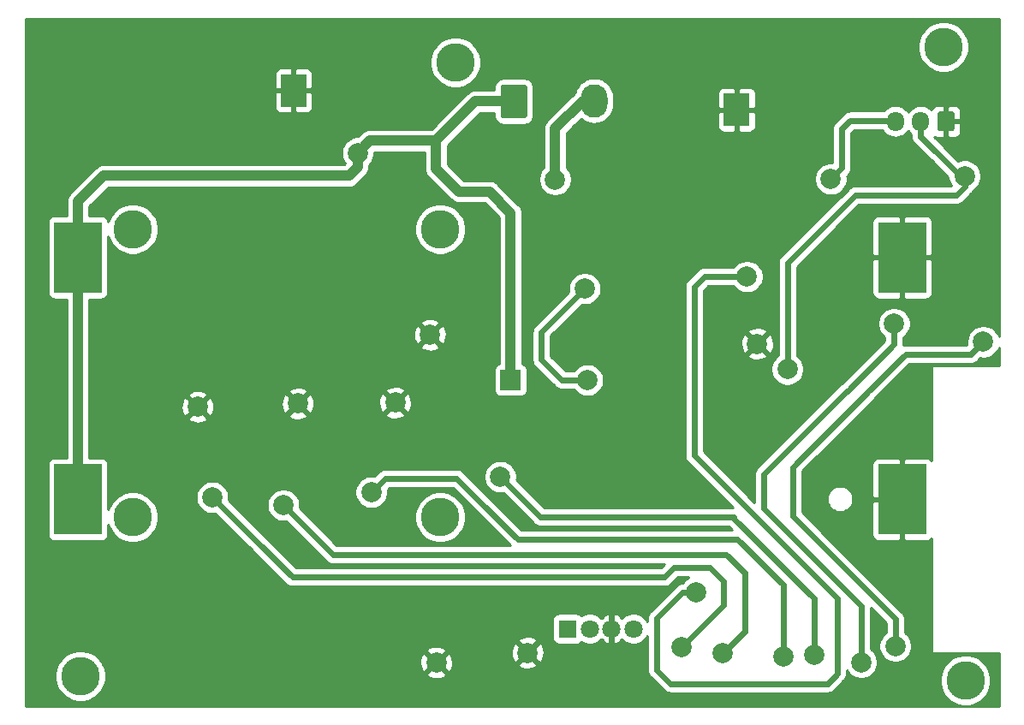
<source format=gbr>
%TF.GenerationSoftware,KiCad,Pcbnew,(5.1.10-1-10_14)*%
%TF.CreationDate,2022-01-20T11:14:49-05:00*%
%TF.ProjectId,PCB_Design,5043425f-4465-4736-9967-6e2e6b696361,rev?*%
%TF.SameCoordinates,Original*%
%TF.FileFunction,Copper,L2,Bot*%
%TF.FilePolarity,Positive*%
%FSLAX46Y46*%
G04 Gerber Fmt 4.6, Leading zero omitted, Abs format (unit mm)*
G04 Created by KiCad (PCBNEW (5.1.10-1-10_14)) date 2022-01-20 11:14:49*
%MOMM*%
%LPD*%
G01*
G04 APERTURE LIST*
%TA.AperFunction,ComponentPad*%
%ADD10C,2.000000*%
%TD*%
%TA.AperFunction,ComponentPad*%
%ADD11R,2.514000X3.200000*%
%TD*%
%TA.AperFunction,ComponentPad*%
%ADD12O,2.640000X3.300000*%
%TD*%
%TA.AperFunction,ComponentPad*%
%ADD13C,3.800000*%
%TD*%
%TA.AperFunction,SMDPad,CuDef*%
%ADD14R,4.700000X7.000000*%
%TD*%
%TA.AperFunction,ComponentPad*%
%ADD15R,2.000000X2.000000*%
%TD*%
%TA.AperFunction,ComponentPad*%
%ADD16R,1.800000X1.800000*%
%TD*%
%TA.AperFunction,ComponentPad*%
%ADD17C,1.800000*%
%TD*%
%TA.AperFunction,ComponentPad*%
%ADD18O,1.700000X1.950000*%
%TD*%
%TA.AperFunction,Conductor*%
%ADD19C,0.600000*%
%TD*%
%TA.AperFunction,Conductor*%
%ADD20C,1.000000*%
%TD*%
%TA.AperFunction,Conductor*%
%ADD21C,0.254000*%
%TD*%
%TA.AperFunction,Conductor*%
%ADD22C,0.100000*%
%TD*%
G04 APERTURE END LIST*
D10*
%TO.P,REF\u002A\u002A,1*%
%TO.N,/Batt*%
X94742000Y-104736900D03*
%TD*%
%TO.P,REF\u002A\u002A,1*%
%TO.N,GND*%
X102501700Y-155130500D03*
%TD*%
%TO.P,REF\u002A\u002A,1*%
%TO.N,GND*%
X111531400Y-154165300D03*
%TD*%
%TO.P,REF\u002A\u002A,1*%
%TO.N,GND*%
X101879400Y-122720100D03*
%TD*%
%TO.P,REF\u002A\u002A,1*%
%TO.N,GND*%
X98437700Y-129425700D03*
%TD*%
%TO.P,REF\u002A\u002A,1*%
%TO.N,GND*%
X88811100Y-129514600D03*
%TD*%
%TO.P,REF\u002A\u002A,1*%
%TO.N,GND*%
X134239000Y-123596400D03*
%TD*%
%TO.P,REF\u002A\u002A,1*%
%TO.N,GND*%
X78892400Y-129832100D03*
%TD*%
%TO.P,REF\u002A\u002A,1*%
%TO.N,/Button1/Sw*%
X139865100Y-154393900D03*
%TD*%
%TO.P,REF\u002A\u002A,1*%
%TO.N,Net-(Conn_prog1-Pad2)*%
X147777200Y-121615200D03*
%TD*%
%TO.P,REF\u002A\u002A,1*%
%TO.N,/Button3/Sw*%
X130810000Y-154228800D03*
%TD*%
%TO.P,REF\u002A\u002A,1*%
%TO.N,/Button2 /Sw*%
X136791700Y-154546300D03*
%TD*%
%TO.P,REF\u002A\u002A,1*%
%TO.N,Net-(4.7k1-Pad2)*%
X154762200Y-107022900D03*
%TD*%
%TO.P,REF\u002A\u002A,1*%
%TO.N,Net-(Conn_prog1-Pad3)*%
X147904200Y-153504900D03*
%TD*%
%TO.P,REF\u002A\u002A,1*%
%TO.N,/Button4/Sw*%
X126720600Y-153581100D03*
%TD*%
%TO.P,REF\u002A\u002A,1*%
%TO.N,Net-(FlagLED_R1-Pad2)*%
X114261900Y-107340400D03*
%TD*%
%TO.P,REF\u002A\u002A,1*%
%TO.N,Net-(Buzzer1-Pad2)*%
X117182900Y-118148100D03*
%TD*%
%TO.P,REF\u002A\u002A,1*%
%TO.N,/Button1/Sw*%
X108826300Y-136753600D03*
%TD*%
%TO.P,REF\u002A\u002A,1*%
%TO.N,Net-(Conn_prog1-Pad2)*%
X144513300Y-155105100D03*
%TD*%
%TO.P,REF\u002A\u002A,1*%
%TO.N,Net-(Conn_prog1-Pad3)*%
X156591000Y-123418600D03*
%TD*%
%TO.P,REF\u002A\u002A,1*%
%TO.N,Net-(4.7k1-Pad2)*%
X137210800Y-126123700D03*
%TD*%
%TO.P,REF\u002A\u002A,1*%
%TO.N,Net-(SW2-Pad1)*%
X128168400Y-148183600D03*
%TD*%
%TO.P,REF\u002A\u002A,1*%
%TO.N,/3.3v*%
X141516100Y-107302300D03*
%TD*%
%TO.P,REF\u002A\u002A,1*%
%TO.N,/Button4/Sw*%
X80352900Y-138785600D03*
%TD*%
%TO.P,REF\u002A\u002A,1*%
%TO.N,/Button2 /Sw*%
X96088200Y-138277600D03*
%TD*%
%TO.P,REF\u002A\u002A,1*%
%TO.N,Net-(SW2-Pad1)*%
X133223000Y-116954300D03*
%TD*%
%TO.P,REF\u002A\u002A,1*%
%TO.N,/Button3/Sw*%
X87388700Y-139560300D03*
%TD*%
D11*
%TO.P,IC1,9*%
%TO.N,GND*%
X132207000Y-100457000D03*
%TD*%
%TO.P,J1,9*%
%TO.N,GND*%
X88392000Y-98552000D03*
%TD*%
D12*
%TO.P,SW_ONOFF1,2*%
%TO.N,Net-(FlagLED_R1-Pad2)*%
X118110000Y-99568000D03*
%TO.P,SW_ONOFF1,1*%
%TO.N,/Batt*%
%TA.AperFunction,ComponentPad*%
G36*
G01*
X111242500Y-101281500D02*
X109102500Y-101281500D01*
G75*
G02*
X108852500Y-101031500I0J250000D01*
G01*
X108852500Y-98231500D01*
G75*
G02*
X109102500Y-97981500I250000J0D01*
G01*
X111242500Y-97981500D01*
G75*
G02*
X111492500Y-98231500I0J-250000D01*
G01*
X111492500Y-101031500D01*
G75*
G02*
X111242500Y-101281500I-250000J0D01*
G01*
G37*
%TD.AperFunction*%
%TD*%
D13*
%TO.P,Conn_OLED1,*%
%TO.N,*%
X72493500Y-140760000D03*
X72493500Y-112260000D03*
X102893500Y-112260000D03*
X102893500Y-140760000D03*
%TD*%
%TO.P,Tornillo vier,1*%
%TO.N,N/C*%
X154825700Y-156895800D03*
%TD*%
%TO.P,Tornillo drei,1*%
%TO.N,N/C*%
X67310000Y-156464000D03*
%TD*%
%TO.P,Tornillo zwei,1*%
%TO.N,N/C*%
X152654000Y-94234000D03*
%TD*%
%TO.P,Tornillo eins,1*%
%TO.N,N/C*%
X104394000Y-95758000D03*
%TD*%
D14*
%TO.P,Battery1,1*%
%TO.N,/Batt*%
X67068500Y-139001500D03*
%TO.P,Battery1,2*%
%TO.N,GND*%
X148568500Y-139001500D03*
%TD*%
%TO.P,Battery2,2*%
%TO.N,GND*%
X148568500Y-115062000D03*
%TO.P,Battery2,1*%
%TO.N,/Batt*%
X67068500Y-115062000D03*
%TD*%
D15*
%TO.P,Buzzer1,1*%
%TO.N,/Batt*%
X109855000Y-127190500D03*
D10*
%TO.P,Buzzer1,2*%
%TO.N,Net-(Buzzer1-Pad2)*%
X117455000Y-127190500D03*
%TD*%
D16*
%TO.P,D1,1*%
%TO.N,Net-(D1-Pad1)*%
X115519200Y-151790400D03*
D17*
%TO.P,D1,2*%
%TO.N,Net-(D1-Pad2)*%
X117678200Y-151790400D03*
%TO.P,D1,3*%
%TO.N,GND*%
X119837200Y-151790400D03*
%TO.P,D1,4*%
%TO.N,Net-(D1-Pad4)*%
X121996200Y-151790400D03*
%TD*%
%TO.P,Sens_Temp1,1*%
%TO.N,GND*%
%TA.AperFunction,ComponentPad*%
G36*
G01*
X153758000Y-100875000D02*
X153758000Y-102325000D01*
G75*
G02*
X153508000Y-102575000I-250000J0D01*
G01*
X152308000Y-102575000D01*
G75*
G02*
X152058000Y-102325000I0J250000D01*
G01*
X152058000Y-100875000D01*
G75*
G02*
X152308000Y-100625000I250000J0D01*
G01*
X153508000Y-100625000D01*
G75*
G02*
X153758000Y-100875000I0J-250000D01*
G01*
G37*
%TD.AperFunction*%
D18*
%TO.P,Sens_Temp1,2*%
%TO.N,Net-(4.7k1-Pad2)*%
X150408000Y-101600000D03*
%TO.P,Sens_Temp1,3*%
%TO.N,/3.3v*%
X147908000Y-101600000D03*
%TD*%
D19*
%TO.N,/3.3v*%
X142595600Y-106222800D02*
X141516100Y-107302300D01*
X142595600Y-102336600D02*
X142595600Y-106222800D01*
X143433800Y-101498400D02*
X142595600Y-102336600D01*
X147806400Y-101498400D02*
X143433800Y-101498400D01*
X147908000Y-101600000D02*
X147806400Y-101498400D01*
%TO.N,Net-(4.7k1-Pad2)*%
X150408000Y-101600000D02*
X150408000Y-103113200D01*
X150408000Y-103113200D02*
X151993600Y-104698800D01*
X151993600Y-104698800D02*
X152006300Y-104698800D01*
X154330400Y-107022900D02*
X154762200Y-107022900D01*
X152006300Y-104698800D02*
X154330400Y-107022900D01*
X153911300Y-108915200D02*
X154762200Y-108064300D01*
X154762200Y-108064300D02*
X154762200Y-107022900D01*
X137223500Y-115608100D02*
X143916400Y-108915200D01*
X143916400Y-108915200D02*
X153911300Y-108915200D01*
X137223500Y-126111000D02*
X137210800Y-126123700D01*
X137223500Y-115608100D02*
X137223500Y-126111000D01*
D20*
%TO.N,/Batt*%
X67068500Y-139001500D02*
X67068500Y-115062000D01*
X97155000Y-103505000D02*
X102489000Y-103505000D01*
X102489000Y-103505000D02*
X106362500Y-99631500D01*
X106362500Y-99631500D02*
X110172500Y-99631500D01*
X102489000Y-106299000D02*
X104749600Y-108559600D01*
X102489000Y-103505000D02*
X102489000Y-106299000D01*
X104749600Y-108559600D02*
X107746800Y-108559600D01*
X107746800Y-108559600D02*
X109855000Y-110667800D01*
X109855000Y-110667800D02*
X109855000Y-127190500D01*
X94742000Y-106108500D02*
X94742000Y-104736900D01*
X69608700Y-106984800D02*
X93865700Y-106984800D01*
X93865700Y-106984800D02*
X94742000Y-106108500D01*
X67068500Y-109525000D02*
X69608700Y-106984800D01*
X67068500Y-115062000D02*
X67068500Y-109525000D01*
X95973900Y-103505000D02*
X97155000Y-103505000D01*
X94742000Y-104736900D02*
X95973900Y-103505000D01*
D19*
%TO.N,GND*%
X119837200Y-151790400D02*
X119837200Y-149631400D01*
X119837200Y-149631400D02*
X119811800Y-149606000D01*
X119837200Y-151790400D02*
X119837200Y-153936700D01*
%TO.N,Net-(Buzzer1-Pad2)*%
X112903000Y-122428000D02*
X117182900Y-118148100D01*
X112903000Y-125196600D02*
X112903000Y-122428000D01*
X114896900Y-127190500D02*
X112903000Y-125196600D01*
X117455000Y-127190500D02*
X114896900Y-127190500D01*
%TO.N,/Button1/Sw*%
X112801400Y-140728700D02*
X108826300Y-136753600D01*
X131940300Y-140881100D02*
X139865100Y-148805900D01*
X139865100Y-154393900D02*
X139865100Y-148805900D01*
X131940300Y-140728700D02*
X112801400Y-140728700D01*
%TO.N,/Button2 /Sw*%
X96088200Y-138277600D02*
X97459800Y-136906000D01*
X97459800Y-136906000D02*
X104508300Y-136906000D01*
X104508300Y-136906000D02*
X107137200Y-139534900D01*
X132295900Y-142963900D02*
X136791700Y-147459700D01*
X110566200Y-142963900D02*
X132295900Y-142963900D01*
X136791700Y-147459700D02*
X136791700Y-154546300D01*
X107137200Y-139534900D02*
X110566200Y-142963900D01*
%TO.N,/Button3/Sw*%
X92265500Y-144437100D02*
X87388700Y-139560300D01*
X132994400Y-146253200D02*
X131178300Y-144437100D01*
X132994400Y-152044400D02*
X132994400Y-146253200D01*
X131178300Y-144437100D02*
X92265500Y-144437100D01*
X130810000Y-154228800D02*
X132994400Y-152044400D01*
%TO.N,/Button4/Sw*%
X130860800Y-149440900D02*
X126720600Y-153581100D01*
X130860800Y-147104100D02*
X130860800Y-149440900D01*
X126009400Y-145770600D02*
X129527300Y-145770600D01*
X85001100Y-143433800D02*
X85013800Y-143433800D01*
X125082300Y-146697700D02*
X126009400Y-145770600D01*
X88277700Y-146697700D02*
X125082300Y-146697700D01*
X85013800Y-143433800D02*
X88277700Y-146697700D01*
X129527300Y-145770600D02*
X130860800Y-147104100D01*
X80352900Y-138785600D02*
X85001100Y-143433800D01*
%TO.N,Net-(D1-Pad1)*%
X115506500Y-151777700D02*
X115519200Y-151790400D01*
%TO.N,Net-(D1-Pad2)*%
X117665500Y-151777700D02*
X117678200Y-151790400D01*
D20*
%TO.N,Net-(FlagLED_R1-Pad2)*%
X118110000Y-99568000D02*
X117005100Y-99568000D01*
X114261900Y-102311200D02*
X114261900Y-107340400D01*
X117005100Y-99568000D02*
X114261900Y-102311200D01*
D19*
%TO.N,Net-(SW2-Pad1)*%
X126873000Y-148183600D02*
X128168400Y-148183600D01*
X124307600Y-155892500D02*
X124307600Y-150749000D01*
X141198600Y-157213300D02*
X125628400Y-157213300D01*
X142163800Y-156248100D02*
X141198600Y-157213300D01*
X129006600Y-116954300D02*
X127990600Y-117970300D01*
X142163800Y-148805900D02*
X142163800Y-156248100D01*
X127990600Y-134632700D02*
X142163800Y-148805900D01*
X127990600Y-117970300D02*
X127990600Y-134632700D01*
X124307600Y-150749000D02*
X126873000Y-148183600D01*
X125628400Y-157213300D02*
X124307600Y-155892500D01*
X133223000Y-116954300D02*
X129006600Y-116954300D01*
%TO.N,Net-(Conn_prog1-Pad3)*%
X147904200Y-153504900D02*
X147904200Y-150812500D01*
X147904200Y-150812500D02*
X137744200Y-140652500D01*
X137744200Y-135813800D02*
X145141950Y-128416050D01*
X137744200Y-140652500D02*
X137744200Y-135813800D01*
X145141950Y-128416050D02*
X144627600Y-128930400D01*
X145141950Y-128416050D02*
X145141950Y-128403350D01*
X145141950Y-128403350D02*
X148894800Y-124650500D01*
X155359100Y-124650500D02*
X156591000Y-123418600D01*
X148894800Y-124650500D02*
X155359100Y-124650500D01*
%TO.N,Net-(Conn_prog1-Pad2)*%
X143116300Y-128270000D02*
X134874000Y-136512300D01*
X134874000Y-136512300D02*
X134874000Y-139865100D01*
X144513300Y-149504400D02*
X144513300Y-155105100D01*
X134874000Y-139865100D02*
X144513300Y-149504400D01*
X143116300Y-128270000D02*
X143179800Y-128270000D01*
X147777200Y-123672600D02*
X147777200Y-121615200D01*
X143179800Y-128270000D02*
X147777200Y-123672600D01*
%TO.N,Net-(D1-Pad4)*%
X121970800Y-151765000D02*
X121996200Y-151790400D01*
%TD*%
D21*
%TO.N,GND*%
X158128500Y-122857993D02*
X158039918Y-122644137D01*
X157860987Y-122376348D01*
X157633252Y-122148613D01*
X157365463Y-121969682D01*
X157067912Y-121846432D01*
X156752033Y-121783600D01*
X156429967Y-121783600D01*
X156114088Y-121846432D01*
X155816537Y-121969682D01*
X155548748Y-122148613D01*
X155321013Y-122376348D01*
X155142082Y-122644137D01*
X155018832Y-122941688D01*
X154956000Y-123257567D01*
X154956000Y-123579633D01*
X154981165Y-123706146D01*
X154971811Y-123715500D01*
X148940731Y-123715500D01*
X148894799Y-123710976D01*
X148711507Y-123729029D01*
X148711155Y-123729136D01*
X148711166Y-123729029D01*
X148712200Y-123718532D01*
X148712200Y-123718526D01*
X148716723Y-123672601D01*
X148712200Y-123626676D01*
X148712200Y-122956851D01*
X148819452Y-122885187D01*
X149047187Y-122657452D01*
X149226118Y-122389663D01*
X149349368Y-122092112D01*
X149412200Y-121776233D01*
X149412200Y-121454167D01*
X149349368Y-121138288D01*
X149226118Y-120840737D01*
X149047187Y-120572948D01*
X148819452Y-120345213D01*
X148551663Y-120166282D01*
X148254112Y-120043032D01*
X147938233Y-119980200D01*
X147616167Y-119980200D01*
X147300288Y-120043032D01*
X147002737Y-120166282D01*
X146734948Y-120345213D01*
X146507213Y-120572948D01*
X146328282Y-120840737D01*
X146205032Y-121138288D01*
X146142200Y-121454167D01*
X146142200Y-121776233D01*
X146205032Y-122092112D01*
X146328282Y-122389663D01*
X146507213Y-122657452D01*
X146734948Y-122885187D01*
X146842200Y-122956851D01*
X146842200Y-123285310D01*
X142689644Y-127437867D01*
X142594328Y-127488814D01*
X142451956Y-127605656D01*
X142422676Y-127641334D01*
X134245341Y-135818670D01*
X134209656Y-135847956D01*
X134092814Y-135990329D01*
X134005993Y-136152761D01*
X133952529Y-136329008D01*
X133952529Y-136329009D01*
X133934476Y-136512300D01*
X133939000Y-136558232D01*
X133939001Y-139258812D01*
X128925600Y-134245411D01*
X128925600Y-125962667D01*
X135575800Y-125962667D01*
X135575800Y-126284733D01*
X135638632Y-126600612D01*
X135761882Y-126898163D01*
X135940813Y-127165952D01*
X136168548Y-127393687D01*
X136436337Y-127572618D01*
X136733888Y-127695868D01*
X137049767Y-127758700D01*
X137371833Y-127758700D01*
X137687712Y-127695868D01*
X137985263Y-127572618D01*
X138253052Y-127393687D01*
X138480787Y-127165952D01*
X138659718Y-126898163D01*
X138782968Y-126600612D01*
X138845800Y-126284733D01*
X138845800Y-125962667D01*
X138782968Y-125646788D01*
X138659718Y-125349237D01*
X138480787Y-125081448D01*
X138253052Y-124853713D01*
X138158500Y-124790535D01*
X138158500Y-118562000D01*
X145580428Y-118562000D01*
X145592688Y-118686482D01*
X145628998Y-118806180D01*
X145687963Y-118916494D01*
X145767315Y-119013185D01*
X145864006Y-119092537D01*
X145974320Y-119151502D01*
X146094018Y-119187812D01*
X146218500Y-119200072D01*
X148282750Y-119197000D01*
X148441500Y-119038250D01*
X148441500Y-115189000D01*
X148695500Y-115189000D01*
X148695500Y-119038250D01*
X148854250Y-119197000D01*
X150918500Y-119200072D01*
X151042982Y-119187812D01*
X151162680Y-119151502D01*
X151272994Y-119092537D01*
X151369685Y-119013185D01*
X151449037Y-118916494D01*
X151508002Y-118806180D01*
X151544312Y-118686482D01*
X151556572Y-118562000D01*
X151553500Y-115347750D01*
X151394750Y-115189000D01*
X148695500Y-115189000D01*
X148441500Y-115189000D01*
X145742250Y-115189000D01*
X145583500Y-115347750D01*
X145580428Y-118562000D01*
X138158500Y-118562000D01*
X138158500Y-115995389D01*
X142591889Y-111562000D01*
X145580428Y-111562000D01*
X145583500Y-114776250D01*
X145742250Y-114935000D01*
X148441500Y-114935000D01*
X148441500Y-111085750D01*
X148695500Y-111085750D01*
X148695500Y-114935000D01*
X151394750Y-114935000D01*
X151553500Y-114776250D01*
X151556572Y-111562000D01*
X151544312Y-111437518D01*
X151508002Y-111317820D01*
X151449037Y-111207506D01*
X151369685Y-111110815D01*
X151272994Y-111031463D01*
X151162680Y-110972498D01*
X151042982Y-110936188D01*
X150918500Y-110923928D01*
X148854250Y-110927000D01*
X148695500Y-111085750D01*
X148441500Y-111085750D01*
X148282750Y-110927000D01*
X146218500Y-110923928D01*
X146094018Y-110936188D01*
X145974320Y-110972498D01*
X145864006Y-111031463D01*
X145767315Y-111110815D01*
X145687963Y-111207506D01*
X145628998Y-111317820D01*
X145592688Y-111437518D01*
X145580428Y-111562000D01*
X142591889Y-111562000D01*
X144303689Y-109850200D01*
X153865368Y-109850200D01*
X153911300Y-109854724D01*
X153957232Y-109850200D01*
X154094592Y-109836671D01*
X154270840Y-109783207D01*
X154433272Y-109696386D01*
X154575644Y-109579544D01*
X154604930Y-109543859D01*
X155390865Y-108757925D01*
X155426544Y-108728644D01*
X155543386Y-108586272D01*
X155630207Y-108423840D01*
X155635734Y-108405621D01*
X155804452Y-108292887D01*
X156032187Y-108065152D01*
X156211118Y-107797363D01*
X156334368Y-107499812D01*
X156397200Y-107183933D01*
X156397200Y-106861867D01*
X156334368Y-106545988D01*
X156211118Y-106248437D01*
X156032187Y-105980648D01*
X155804452Y-105752913D01*
X155536663Y-105573982D01*
X155239112Y-105450732D01*
X154923233Y-105387900D01*
X154601167Y-105387900D01*
X154285288Y-105450732D01*
X154140496Y-105510707D01*
X152699930Y-104070141D01*
X152670644Y-104034456D01*
X152564141Y-103947051D01*
X151744583Y-103127493D01*
X151813820Y-103164502D01*
X151933518Y-103200812D01*
X152058000Y-103213072D01*
X152622250Y-103210000D01*
X152781000Y-103051250D01*
X152781000Y-101727000D01*
X153035000Y-101727000D01*
X153035000Y-103051250D01*
X153193750Y-103210000D01*
X153758000Y-103213072D01*
X153882482Y-103200812D01*
X154002180Y-103164502D01*
X154112494Y-103105537D01*
X154209185Y-103026185D01*
X154288537Y-102929494D01*
X154347502Y-102819180D01*
X154383812Y-102699482D01*
X154396072Y-102575000D01*
X154393000Y-101885750D01*
X154234250Y-101727000D01*
X153035000Y-101727000D01*
X152781000Y-101727000D01*
X152761000Y-101727000D01*
X152761000Y-101473000D01*
X152781000Y-101473000D01*
X152781000Y-100148750D01*
X153035000Y-100148750D01*
X153035000Y-101473000D01*
X154234250Y-101473000D01*
X154393000Y-101314250D01*
X154396072Y-100625000D01*
X154383812Y-100500518D01*
X154347502Y-100380820D01*
X154288537Y-100270506D01*
X154209185Y-100173815D01*
X154112494Y-100094463D01*
X154002180Y-100035498D01*
X153882482Y-99999188D01*
X153758000Y-99986928D01*
X153193750Y-99990000D01*
X153035000Y-100148750D01*
X152781000Y-100148750D01*
X152622250Y-99990000D01*
X152058000Y-99986928D01*
X151933518Y-99999188D01*
X151813820Y-100035498D01*
X151703506Y-100094463D01*
X151606815Y-100173815D01*
X151527463Y-100270506D01*
X151468498Y-100380820D01*
X151457945Y-100415608D01*
X151237014Y-100234294D01*
X150979034Y-100096401D01*
X150699111Y-100011487D01*
X150408000Y-99982815D01*
X150116890Y-100011487D01*
X149836967Y-100096401D01*
X149578987Y-100234294D01*
X149352866Y-100419866D01*
X149167294Y-100645986D01*
X149158000Y-100663374D01*
X149148706Y-100645986D01*
X148963134Y-100419866D01*
X148737014Y-100234294D01*
X148479034Y-100096401D01*
X148199111Y-100011487D01*
X147908000Y-99982815D01*
X147616890Y-100011487D01*
X147336967Y-100096401D01*
X147078987Y-100234294D01*
X146852866Y-100419866D01*
X146735071Y-100563400D01*
X143479732Y-100563400D01*
X143433800Y-100558876D01*
X143387868Y-100563400D01*
X143250508Y-100576929D01*
X143074260Y-100630393D01*
X142911828Y-100717214D01*
X142769456Y-100834056D01*
X142740170Y-100869741D01*
X141966941Y-101642970D01*
X141931256Y-101672256D01*
X141814414Y-101814629D01*
X141727593Y-101977061D01*
X141714455Y-102020372D01*
X141674129Y-102153309D01*
X141656076Y-102336600D01*
X141660600Y-102382532D01*
X141660601Y-105667300D01*
X141355067Y-105667300D01*
X141039188Y-105730132D01*
X140741637Y-105853382D01*
X140473848Y-106032313D01*
X140246113Y-106260048D01*
X140067182Y-106527837D01*
X139943932Y-106825388D01*
X139881100Y-107141267D01*
X139881100Y-107463333D01*
X139943932Y-107779212D01*
X140067182Y-108076763D01*
X140246113Y-108344552D01*
X140473848Y-108572287D01*
X140741637Y-108751218D01*
X141039188Y-108874468D01*
X141355067Y-108937300D01*
X141677133Y-108937300D01*
X141993012Y-108874468D01*
X142290563Y-108751218D01*
X142558352Y-108572287D01*
X142786087Y-108344552D01*
X142965018Y-108076763D01*
X143088268Y-107779212D01*
X143151100Y-107463333D01*
X143151100Y-107141267D01*
X143125935Y-107014754D01*
X143224259Y-106916430D01*
X143259944Y-106887144D01*
X143376786Y-106744772D01*
X143433365Y-106638920D01*
X143463607Y-106582341D01*
X143517072Y-106406092D01*
X143535124Y-106222800D01*
X143530600Y-106176865D01*
X143530600Y-102723889D01*
X143821089Y-102433400D01*
X146602825Y-102433400D01*
X146667294Y-102554013D01*
X146852866Y-102780134D01*
X147078986Y-102965706D01*
X147336966Y-103103599D01*
X147616889Y-103188513D01*
X147908000Y-103217185D01*
X148199110Y-103188513D01*
X148479033Y-103103599D01*
X148737013Y-102965706D01*
X148963134Y-102780134D01*
X149148706Y-102554014D01*
X149158000Y-102536626D01*
X149167294Y-102554013D01*
X149352866Y-102780134D01*
X149473001Y-102878726D01*
X149473001Y-103067259D01*
X149468476Y-103113200D01*
X149486529Y-103296491D01*
X149507274Y-103364876D01*
X149539994Y-103472740D01*
X149626815Y-103635172D01*
X149743657Y-103777544D01*
X149779336Y-103806825D01*
X151299974Y-105327464D01*
X151329256Y-105363144D01*
X151435765Y-105450554D01*
X153127200Y-107141989D01*
X153127200Y-107183933D01*
X153190032Y-107499812D01*
X153313282Y-107797363D01*
X153435450Y-107980200D01*
X143962332Y-107980200D01*
X143916400Y-107975676D01*
X143870468Y-107980200D01*
X143733108Y-107993729D01*
X143556860Y-108047193D01*
X143394428Y-108134014D01*
X143252056Y-108250856D01*
X143222770Y-108286541D01*
X136594841Y-114914470D01*
X136559156Y-114943756D01*
X136442314Y-115086129D01*
X136355493Y-115248561D01*
X136314975Y-115382132D01*
X136302029Y-115424809D01*
X136283976Y-115608100D01*
X136288500Y-115654032D01*
X136288501Y-124773563D01*
X136168548Y-124853713D01*
X135940813Y-125081448D01*
X135761882Y-125349237D01*
X135638632Y-125646788D01*
X135575800Y-125962667D01*
X128925600Y-125962667D01*
X128925600Y-124731813D01*
X133283192Y-124731813D01*
X133378956Y-124996214D01*
X133668571Y-125137104D01*
X133980108Y-125218784D01*
X134301595Y-125238118D01*
X134620675Y-125194361D01*
X134925088Y-125089195D01*
X135099044Y-124996214D01*
X135194808Y-124731813D01*
X134239000Y-123776005D01*
X133283192Y-124731813D01*
X128925600Y-124731813D01*
X128925600Y-123658995D01*
X132597282Y-123658995D01*
X132641039Y-123978075D01*
X132746205Y-124282488D01*
X132839186Y-124456444D01*
X133103587Y-124552208D01*
X134059395Y-123596400D01*
X134418605Y-123596400D01*
X135374413Y-124552208D01*
X135638814Y-124456444D01*
X135779704Y-124166829D01*
X135861384Y-123855292D01*
X135880718Y-123533805D01*
X135836961Y-123214725D01*
X135731795Y-122910312D01*
X135638814Y-122736356D01*
X135374413Y-122640592D01*
X134418605Y-123596400D01*
X134059395Y-123596400D01*
X133103587Y-122640592D01*
X132839186Y-122736356D01*
X132698296Y-123025971D01*
X132616616Y-123337508D01*
X132597282Y-123658995D01*
X128925600Y-123658995D01*
X128925600Y-122460987D01*
X133283192Y-122460987D01*
X134239000Y-123416795D01*
X135194808Y-122460987D01*
X135099044Y-122196586D01*
X134809429Y-122055696D01*
X134497892Y-121974016D01*
X134176405Y-121954682D01*
X133857325Y-121998439D01*
X133552912Y-122103605D01*
X133378956Y-122196586D01*
X133283192Y-122460987D01*
X128925600Y-122460987D01*
X128925600Y-118357589D01*
X129393889Y-117889300D01*
X131881349Y-117889300D01*
X131953013Y-117996552D01*
X132180748Y-118224287D01*
X132448537Y-118403218D01*
X132746088Y-118526468D01*
X133061967Y-118589300D01*
X133384033Y-118589300D01*
X133699912Y-118526468D01*
X133997463Y-118403218D01*
X134265252Y-118224287D01*
X134492987Y-117996552D01*
X134671918Y-117728763D01*
X134795168Y-117431212D01*
X134858000Y-117115333D01*
X134858000Y-116793267D01*
X134795168Y-116477388D01*
X134671918Y-116179837D01*
X134492987Y-115912048D01*
X134265252Y-115684313D01*
X133997463Y-115505382D01*
X133699912Y-115382132D01*
X133384033Y-115319300D01*
X133061967Y-115319300D01*
X132746088Y-115382132D01*
X132448537Y-115505382D01*
X132180748Y-115684313D01*
X131953013Y-115912048D01*
X131881349Y-116019300D01*
X129052532Y-116019300D01*
X129006600Y-116014776D01*
X128960668Y-116019300D01*
X128823308Y-116032829D01*
X128647060Y-116086293D01*
X128484628Y-116173114D01*
X128342256Y-116289956D01*
X128312970Y-116325641D01*
X127361941Y-117276670D01*
X127326256Y-117305956D01*
X127209414Y-117448329D01*
X127122593Y-117610761D01*
X127104263Y-117671188D01*
X127069129Y-117787009D01*
X127051076Y-117970300D01*
X127055600Y-118016232D01*
X127055601Y-134586758D01*
X127051076Y-134632700D01*
X127069129Y-134815991D01*
X127116140Y-134970963D01*
X127122594Y-134992240D01*
X127209415Y-135154672D01*
X127326257Y-135297044D01*
X127361936Y-135326325D01*
X131829311Y-139793700D01*
X113188690Y-139793700D01*
X110436135Y-137041146D01*
X110461300Y-136914633D01*
X110461300Y-136592567D01*
X110398468Y-136276688D01*
X110275218Y-135979137D01*
X110096287Y-135711348D01*
X109868552Y-135483613D01*
X109600763Y-135304682D01*
X109303212Y-135181432D01*
X108987333Y-135118600D01*
X108665267Y-135118600D01*
X108349388Y-135181432D01*
X108051837Y-135304682D01*
X107784048Y-135483613D01*
X107556313Y-135711348D01*
X107377382Y-135979137D01*
X107254132Y-136276688D01*
X107191300Y-136592567D01*
X107191300Y-136914633D01*
X107254132Y-137230512D01*
X107377382Y-137528063D01*
X107556313Y-137795852D01*
X107784048Y-138023587D01*
X108051837Y-138202518D01*
X108349388Y-138325768D01*
X108665267Y-138388600D01*
X108987333Y-138388600D01*
X109113846Y-138363435D01*
X112107774Y-141357364D01*
X112137056Y-141393044D01*
X112279428Y-141509886D01*
X112441860Y-141596707D01*
X112564643Y-141633953D01*
X112618107Y-141650171D01*
X112801399Y-141668224D01*
X112847331Y-141663700D01*
X131400611Y-141663700D01*
X131765811Y-142028900D01*
X110953490Y-142028900D01*
X107830827Y-138906238D01*
X107830823Y-138906233D01*
X105201930Y-136277341D01*
X105172644Y-136241656D01*
X105030272Y-136124814D01*
X104867840Y-136037993D01*
X104691592Y-135984529D01*
X104554232Y-135971000D01*
X104508300Y-135966476D01*
X104462368Y-135971000D01*
X97505731Y-135971000D01*
X97459799Y-135966476D01*
X97276507Y-135984529D01*
X97235096Y-135997091D01*
X97100260Y-136037993D01*
X96937828Y-136124814D01*
X96795456Y-136241656D01*
X96766174Y-136277336D01*
X96375746Y-136667765D01*
X96249233Y-136642600D01*
X95927167Y-136642600D01*
X95611288Y-136705432D01*
X95313737Y-136828682D01*
X95045948Y-137007613D01*
X94818213Y-137235348D01*
X94639282Y-137503137D01*
X94516032Y-137800688D01*
X94453200Y-138116567D01*
X94453200Y-138438633D01*
X94516032Y-138754512D01*
X94639282Y-139052063D01*
X94818213Y-139319852D01*
X95045948Y-139547587D01*
X95313737Y-139726518D01*
X95611288Y-139849768D01*
X95927167Y-139912600D01*
X96249233Y-139912600D01*
X96565112Y-139849768D01*
X96862663Y-139726518D01*
X97130452Y-139547587D01*
X97358187Y-139319852D01*
X97537118Y-139052063D01*
X97660368Y-138754512D01*
X97723200Y-138438633D01*
X97723200Y-138116567D01*
X97698035Y-137990054D01*
X97847090Y-137841000D01*
X104121011Y-137841000D01*
X106508533Y-140228523D01*
X106508538Y-140228527D01*
X109782110Y-143502100D01*
X92652789Y-143502100D01*
X89661013Y-140510324D01*
X100358500Y-140510324D01*
X100358500Y-141009676D01*
X100455918Y-141499432D01*
X100647012Y-141960773D01*
X100924437Y-142375968D01*
X101277532Y-142729063D01*
X101692727Y-143006488D01*
X102154068Y-143197582D01*
X102643824Y-143295000D01*
X103143176Y-143295000D01*
X103632932Y-143197582D01*
X104094273Y-143006488D01*
X104509468Y-142729063D01*
X104862563Y-142375968D01*
X105139988Y-141960773D01*
X105331082Y-141499432D01*
X105428500Y-141009676D01*
X105428500Y-140510324D01*
X105331082Y-140020568D01*
X105139988Y-139559227D01*
X104862563Y-139144032D01*
X104509468Y-138790937D01*
X104094273Y-138513512D01*
X103632932Y-138322418D01*
X103143176Y-138225000D01*
X102643824Y-138225000D01*
X102154068Y-138322418D01*
X101692727Y-138513512D01*
X101277532Y-138790937D01*
X100924437Y-139144032D01*
X100647012Y-139559227D01*
X100455918Y-140020568D01*
X100358500Y-140510324D01*
X89661013Y-140510324D01*
X88998535Y-139847846D01*
X89023700Y-139721333D01*
X89023700Y-139399267D01*
X88960868Y-139083388D01*
X88837618Y-138785837D01*
X88658687Y-138518048D01*
X88430952Y-138290313D01*
X88163163Y-138111382D01*
X87865612Y-137988132D01*
X87549733Y-137925300D01*
X87227667Y-137925300D01*
X86911788Y-137988132D01*
X86614237Y-138111382D01*
X86346448Y-138290313D01*
X86118713Y-138518048D01*
X85939782Y-138785837D01*
X85816532Y-139083388D01*
X85753700Y-139399267D01*
X85753700Y-139721333D01*
X85816532Y-140037212D01*
X85939782Y-140334763D01*
X86118713Y-140602552D01*
X86346448Y-140830287D01*
X86614237Y-141009218D01*
X86911788Y-141132468D01*
X87227667Y-141195300D01*
X87549733Y-141195300D01*
X87676246Y-141170135D01*
X91571870Y-145065759D01*
X91601156Y-145101444D01*
X91743528Y-145218286D01*
X91849380Y-145274865D01*
X91905959Y-145305107D01*
X92082208Y-145358572D01*
X92265500Y-145376624D01*
X92311435Y-145372100D01*
X125085610Y-145372100D01*
X124695011Y-145762700D01*
X88664989Y-145762700D01*
X85707430Y-142805141D01*
X85678144Y-142769456D01*
X85571641Y-142682051D01*
X81962735Y-139073146D01*
X81987900Y-138946633D01*
X81987900Y-138624567D01*
X81925068Y-138308688D01*
X81801818Y-138011137D01*
X81622887Y-137743348D01*
X81395152Y-137515613D01*
X81127363Y-137336682D01*
X80829812Y-137213432D01*
X80513933Y-137150600D01*
X80191867Y-137150600D01*
X79875988Y-137213432D01*
X79578437Y-137336682D01*
X79310648Y-137515613D01*
X79082913Y-137743348D01*
X78903982Y-138011137D01*
X78780732Y-138308688D01*
X78717900Y-138624567D01*
X78717900Y-138946633D01*
X78780732Y-139262512D01*
X78903982Y-139560063D01*
X79082913Y-139827852D01*
X79310648Y-140055587D01*
X79578437Y-140234518D01*
X79875988Y-140357768D01*
X80191867Y-140420600D01*
X80513933Y-140420600D01*
X80640446Y-140395435D01*
X84307474Y-144062464D01*
X84336756Y-144098144D01*
X84443265Y-144185554D01*
X87584070Y-147326359D01*
X87613356Y-147362044D01*
X87755728Y-147478886D01*
X87861580Y-147535465D01*
X87918159Y-147565707D01*
X88094408Y-147619172D01*
X88277700Y-147637224D01*
X88323635Y-147632700D01*
X125036368Y-147632700D01*
X125082300Y-147637224D01*
X125128232Y-147632700D01*
X125265592Y-147619171D01*
X125441840Y-147565707D01*
X125604272Y-147478886D01*
X125746644Y-147362044D01*
X125775930Y-147326359D01*
X126396690Y-146705600D01*
X127464147Y-146705600D01*
X127393937Y-146734682D01*
X127126148Y-146913613D01*
X126898413Y-147141348D01*
X126826727Y-147248634D01*
X126708110Y-147260317D01*
X126689707Y-147262129D01*
X126642636Y-147276408D01*
X126513460Y-147315593D01*
X126351028Y-147402414D01*
X126208656Y-147519256D01*
X126179374Y-147554936D01*
X123678936Y-150055375D01*
X123643257Y-150084656D01*
X123526415Y-150227028D01*
X123444424Y-150380424D01*
X123439594Y-150389460D01*
X123386129Y-150565709D01*
X123368076Y-150749000D01*
X123372601Y-150794942D01*
X123372601Y-151102178D01*
X123356499Y-151063305D01*
X123188512Y-150811895D01*
X122974705Y-150598088D01*
X122723295Y-150430101D01*
X122443943Y-150314389D01*
X122147384Y-150255400D01*
X121845016Y-150255400D01*
X121548457Y-150314389D01*
X121269105Y-150430101D01*
X121017695Y-150598088D01*
X120921518Y-150694266D01*
X120837622Y-150610370D01*
X120721674Y-150726318D01*
X120637992Y-150472139D01*
X120365425Y-150341242D01*
X120072558Y-150266035D01*
X119770647Y-150249409D01*
X119471293Y-150292003D01*
X119186001Y-150392178D01*
X119036408Y-150472139D01*
X118952726Y-150726318D01*
X118836778Y-150610370D01*
X118752883Y-150694266D01*
X118656705Y-150598088D01*
X118405295Y-150430101D01*
X118125943Y-150314389D01*
X117829384Y-150255400D01*
X117527016Y-150255400D01*
X117230457Y-150314389D01*
X116951105Y-150430101D01*
X116894142Y-150468163D01*
X116870385Y-150439215D01*
X116773694Y-150359863D01*
X116663380Y-150300898D01*
X116543682Y-150264588D01*
X116419200Y-150252328D01*
X114619200Y-150252328D01*
X114494718Y-150264588D01*
X114375020Y-150300898D01*
X114264706Y-150359863D01*
X114168015Y-150439215D01*
X114088663Y-150535906D01*
X114029698Y-150646220D01*
X113993388Y-150765918D01*
X113981128Y-150890400D01*
X113981128Y-152690400D01*
X113993388Y-152814882D01*
X114029698Y-152934580D01*
X114088663Y-153044894D01*
X114168015Y-153141585D01*
X114264706Y-153220937D01*
X114375020Y-153279902D01*
X114494718Y-153316212D01*
X114619200Y-153328472D01*
X116419200Y-153328472D01*
X116543682Y-153316212D01*
X116663380Y-153279902D01*
X116773694Y-153220937D01*
X116870385Y-153141585D01*
X116894142Y-153112637D01*
X116951105Y-153150699D01*
X117230457Y-153266411D01*
X117527016Y-153325400D01*
X117829384Y-153325400D01*
X118125943Y-153266411D01*
X118405295Y-153150699D01*
X118656705Y-152982712D01*
X118752883Y-152886535D01*
X118836778Y-152970430D01*
X118952726Y-152854482D01*
X119036408Y-153108661D01*
X119308975Y-153239558D01*
X119601842Y-153314765D01*
X119903753Y-153331391D01*
X120203107Y-153288797D01*
X120488399Y-153188622D01*
X120637992Y-153108661D01*
X120721674Y-152854482D01*
X120837622Y-152970430D01*
X120921518Y-152886535D01*
X121017695Y-152982712D01*
X121269105Y-153150699D01*
X121548457Y-153266411D01*
X121845016Y-153325400D01*
X122147384Y-153325400D01*
X122443943Y-153266411D01*
X122723295Y-153150699D01*
X122974705Y-152982712D01*
X123188512Y-152768905D01*
X123356499Y-152517495D01*
X123372601Y-152478622D01*
X123372600Y-155846568D01*
X123368076Y-155892500D01*
X123372600Y-155938431D01*
X123386129Y-156075791D01*
X123439593Y-156252039D01*
X123526414Y-156414471D01*
X123643256Y-156556844D01*
X123678941Y-156586130D01*
X124934774Y-157841964D01*
X124964056Y-157877644D01*
X125106428Y-157994486D01*
X125268860Y-158081307D01*
X125391643Y-158118553D01*
X125445107Y-158134771D01*
X125628399Y-158152824D01*
X125674331Y-158148300D01*
X141152668Y-158148300D01*
X141198600Y-158152824D01*
X141244532Y-158148300D01*
X141381892Y-158134771D01*
X141558140Y-158081307D01*
X141720572Y-157994486D01*
X141862944Y-157877644D01*
X141892230Y-157841959D01*
X142792459Y-156941730D01*
X142828144Y-156912444D01*
X142944986Y-156770072D01*
X143031807Y-156607640D01*
X143085271Y-156431392D01*
X143098800Y-156294032D01*
X143103324Y-156248100D01*
X143098800Y-156202168D01*
X143098800Y-155931073D01*
X143243313Y-156147352D01*
X143471048Y-156375087D01*
X143738837Y-156554018D01*
X144036388Y-156677268D01*
X144352267Y-156740100D01*
X144674333Y-156740100D01*
X144990212Y-156677268D01*
X145065400Y-156646124D01*
X152290700Y-156646124D01*
X152290700Y-157145476D01*
X152388118Y-157635232D01*
X152579212Y-158096573D01*
X152856637Y-158511768D01*
X153209732Y-158864863D01*
X153624927Y-159142288D01*
X154086268Y-159333382D01*
X154576024Y-159430800D01*
X155075376Y-159430800D01*
X155565132Y-159333382D01*
X156026473Y-159142288D01*
X156441668Y-158864863D01*
X156794763Y-158511768D01*
X157072188Y-158096573D01*
X157263282Y-157635232D01*
X157360700Y-157145476D01*
X157360700Y-156646124D01*
X157263282Y-156156368D01*
X157072188Y-155695027D01*
X156794763Y-155279832D01*
X156441668Y-154926737D01*
X156026473Y-154649312D01*
X155565132Y-154458218D01*
X155075376Y-154360800D01*
X154576024Y-154360800D01*
X154086268Y-154458218D01*
X153624927Y-154649312D01*
X153209732Y-154926737D01*
X152856637Y-155279832D01*
X152579212Y-155695027D01*
X152388118Y-156156368D01*
X152290700Y-156646124D01*
X145065400Y-156646124D01*
X145287763Y-156554018D01*
X145555552Y-156375087D01*
X145783287Y-156147352D01*
X145962218Y-155879563D01*
X146085468Y-155582012D01*
X146148300Y-155266133D01*
X146148300Y-154944067D01*
X146085468Y-154628188D01*
X145962218Y-154330637D01*
X145783287Y-154062848D01*
X145555552Y-153835113D01*
X145448300Y-153763449D01*
X145448300Y-149678889D01*
X146969201Y-151199790D01*
X146969200Y-152163249D01*
X146861948Y-152234913D01*
X146634213Y-152462648D01*
X146455282Y-152730437D01*
X146332032Y-153027988D01*
X146269200Y-153343867D01*
X146269200Y-153665933D01*
X146332032Y-153981812D01*
X146455282Y-154279363D01*
X146634213Y-154547152D01*
X146861948Y-154774887D01*
X147129737Y-154953818D01*
X147427288Y-155077068D01*
X147743167Y-155139900D01*
X148065233Y-155139900D01*
X148381112Y-155077068D01*
X148678663Y-154953818D01*
X148946452Y-154774887D01*
X149174187Y-154547152D01*
X149353118Y-154279363D01*
X149476368Y-153981812D01*
X149539200Y-153665933D01*
X149539200Y-153343867D01*
X149476368Y-153027988D01*
X149353118Y-152730437D01*
X149174187Y-152462648D01*
X148946452Y-152234913D01*
X148839200Y-152163249D01*
X148839200Y-150858435D01*
X148843724Y-150812500D01*
X148825672Y-150629208D01*
X148794159Y-150525328D01*
X148772207Y-150452960D01*
X148685386Y-150290528D01*
X148568544Y-150148156D01*
X148532859Y-150118870D01*
X140915489Y-142501500D01*
X145580428Y-142501500D01*
X145592688Y-142625982D01*
X145628998Y-142745680D01*
X145687963Y-142855994D01*
X145767315Y-142952685D01*
X145864006Y-143032037D01*
X145974320Y-143091002D01*
X146094018Y-143127312D01*
X146218500Y-143139572D01*
X148282750Y-143136500D01*
X148441500Y-142977750D01*
X148441500Y-139128500D01*
X145742250Y-139128500D01*
X145583500Y-139287250D01*
X145580428Y-142501500D01*
X140915489Y-142501500D01*
X138679200Y-140265211D01*
X138679200Y-138827439D01*
X141138500Y-138827439D01*
X141138500Y-139080561D01*
X141187881Y-139328821D01*
X141284747Y-139562676D01*
X141425375Y-139773140D01*
X141604360Y-139952125D01*
X141814824Y-140092753D01*
X142048679Y-140189619D01*
X142296939Y-140239000D01*
X142550061Y-140239000D01*
X142798321Y-140189619D01*
X143032176Y-140092753D01*
X143242640Y-139952125D01*
X143421625Y-139773140D01*
X143562253Y-139562676D01*
X143659119Y-139328821D01*
X143708500Y-139080561D01*
X143708500Y-138827439D01*
X143659119Y-138579179D01*
X143562253Y-138345324D01*
X143421625Y-138134860D01*
X143242640Y-137955875D01*
X143032176Y-137815247D01*
X142798321Y-137718381D01*
X142550061Y-137669000D01*
X142296939Y-137669000D01*
X142048679Y-137718381D01*
X141814824Y-137815247D01*
X141604360Y-137955875D01*
X141425375Y-138134860D01*
X141284747Y-138345324D01*
X141187881Y-138579179D01*
X141138500Y-138827439D01*
X138679200Y-138827439D01*
X138679200Y-136201089D01*
X139378789Y-135501500D01*
X145580428Y-135501500D01*
X145583500Y-138715750D01*
X145742250Y-138874500D01*
X148441500Y-138874500D01*
X148441500Y-135025250D01*
X148282750Y-134866500D01*
X146218500Y-134863428D01*
X146094018Y-134875688D01*
X145974320Y-134911998D01*
X145864006Y-134970963D01*
X145767315Y-135050315D01*
X145687963Y-135147006D01*
X145628998Y-135257320D01*
X145592688Y-135377018D01*
X145580428Y-135501500D01*
X139378789Y-135501500D01*
X145770616Y-129109674D01*
X145806294Y-129080394D01*
X145893703Y-128973886D01*
X149282090Y-125585500D01*
X155313168Y-125585500D01*
X155359100Y-125590024D01*
X155405032Y-125585500D01*
X155542392Y-125571971D01*
X155718640Y-125518507D01*
X155881072Y-125431686D01*
X156023444Y-125314844D01*
X156052730Y-125279159D01*
X156303454Y-125028435D01*
X156429967Y-125053600D01*
X156752033Y-125053600D01*
X157067912Y-124990768D01*
X157365463Y-124867518D01*
X157633252Y-124688587D01*
X157860987Y-124460852D01*
X158039918Y-124193063D01*
X158128500Y-123979207D01*
X158128500Y-125730000D01*
X151574500Y-125730000D01*
X151549724Y-125732440D01*
X151525899Y-125739667D01*
X151503943Y-125751403D01*
X151484697Y-125767197D01*
X151468903Y-125786443D01*
X151457167Y-125808399D01*
X151449940Y-125832224D01*
X151447500Y-125857000D01*
X151447500Y-135145133D01*
X151369685Y-135050315D01*
X151272994Y-134970963D01*
X151162680Y-134911998D01*
X151042982Y-134875688D01*
X150918500Y-134863428D01*
X148854250Y-134866500D01*
X148695500Y-135025250D01*
X148695500Y-138874500D01*
X148715500Y-138874500D01*
X148715500Y-139128500D01*
X148695500Y-139128500D01*
X148695500Y-142977750D01*
X148854250Y-143136500D01*
X150918500Y-143139572D01*
X151042982Y-143127312D01*
X151162680Y-143091002D01*
X151272994Y-143032037D01*
X151369685Y-142952685D01*
X151447500Y-142857867D01*
X151447500Y-154051000D01*
X151449940Y-154075776D01*
X151457167Y-154099601D01*
X151468903Y-154121557D01*
X151484697Y-154140803D01*
X151503943Y-154156597D01*
X151525899Y-154168333D01*
X151549724Y-154175560D01*
X151574500Y-154178000D01*
X158128501Y-154178000D01*
X158128501Y-159477500D01*
X61899000Y-159477500D01*
X61899000Y-156214324D01*
X64775000Y-156214324D01*
X64775000Y-156713676D01*
X64872418Y-157203432D01*
X65063512Y-157664773D01*
X65340937Y-158079968D01*
X65694032Y-158433063D01*
X66109227Y-158710488D01*
X66570568Y-158901582D01*
X67060324Y-158999000D01*
X67559676Y-158999000D01*
X68049432Y-158901582D01*
X68510773Y-158710488D01*
X68925968Y-158433063D01*
X69279063Y-158079968D01*
X69556488Y-157664773D01*
X69747582Y-157203432D01*
X69845000Y-156713676D01*
X69845000Y-156265913D01*
X101545892Y-156265913D01*
X101641656Y-156530314D01*
X101931271Y-156671204D01*
X102242808Y-156752884D01*
X102564295Y-156772218D01*
X102883375Y-156728461D01*
X103187788Y-156623295D01*
X103361744Y-156530314D01*
X103457508Y-156265913D01*
X102501700Y-155310105D01*
X101545892Y-156265913D01*
X69845000Y-156265913D01*
X69845000Y-156214324D01*
X69747582Y-155724568D01*
X69556488Y-155263227D01*
X69509628Y-155193095D01*
X100859982Y-155193095D01*
X100903739Y-155512175D01*
X101008905Y-155816588D01*
X101101886Y-155990544D01*
X101366287Y-156086308D01*
X102322095Y-155130500D01*
X102681305Y-155130500D01*
X103637113Y-156086308D01*
X103901514Y-155990544D01*
X104042404Y-155700929D01*
X104124084Y-155389392D01*
X104129417Y-155300713D01*
X110575592Y-155300713D01*
X110671356Y-155565114D01*
X110960971Y-155706004D01*
X111272508Y-155787684D01*
X111593995Y-155807018D01*
X111913075Y-155763261D01*
X112217488Y-155658095D01*
X112391444Y-155565114D01*
X112487208Y-155300713D01*
X111531400Y-154344905D01*
X110575592Y-155300713D01*
X104129417Y-155300713D01*
X104143418Y-155067905D01*
X104099661Y-154748825D01*
X103994495Y-154444412D01*
X103901514Y-154270456D01*
X103784005Y-154227895D01*
X109889682Y-154227895D01*
X109933439Y-154546975D01*
X110038605Y-154851388D01*
X110131586Y-155025344D01*
X110395987Y-155121108D01*
X111351795Y-154165300D01*
X111711005Y-154165300D01*
X112666813Y-155121108D01*
X112931214Y-155025344D01*
X113072104Y-154735729D01*
X113153784Y-154424192D01*
X113173118Y-154102705D01*
X113129361Y-153783625D01*
X113024195Y-153479212D01*
X112931214Y-153305256D01*
X112666813Y-153209492D01*
X111711005Y-154165300D01*
X111351795Y-154165300D01*
X110395987Y-153209492D01*
X110131586Y-153305256D01*
X109990696Y-153594871D01*
X109909016Y-153906408D01*
X109889682Y-154227895D01*
X103784005Y-154227895D01*
X103637113Y-154174692D01*
X102681305Y-155130500D01*
X102322095Y-155130500D01*
X101366287Y-154174692D01*
X101101886Y-154270456D01*
X100960996Y-154560071D01*
X100879316Y-154871608D01*
X100859982Y-155193095D01*
X69509628Y-155193095D01*
X69279063Y-154848032D01*
X68925968Y-154494937D01*
X68510773Y-154217512D01*
X68049432Y-154026418D01*
X67891920Y-153995087D01*
X101545892Y-153995087D01*
X102501700Y-154950895D01*
X103457508Y-153995087D01*
X103361744Y-153730686D01*
X103072129Y-153589796D01*
X102760592Y-153508116D01*
X102439105Y-153488782D01*
X102120025Y-153532539D01*
X101815612Y-153637705D01*
X101641656Y-153730686D01*
X101545892Y-153995087D01*
X67891920Y-153995087D01*
X67559676Y-153929000D01*
X67060324Y-153929000D01*
X66570568Y-154026418D01*
X66109227Y-154217512D01*
X65694032Y-154494937D01*
X65340937Y-154848032D01*
X65063512Y-155263227D01*
X64872418Y-155724568D01*
X64775000Y-156214324D01*
X61899000Y-156214324D01*
X61899000Y-153029887D01*
X110575592Y-153029887D01*
X111531400Y-153985695D01*
X112487208Y-153029887D01*
X112391444Y-152765486D01*
X112101829Y-152624596D01*
X111790292Y-152542916D01*
X111468805Y-152523582D01*
X111149725Y-152567339D01*
X110845312Y-152672505D01*
X110671356Y-152765486D01*
X110575592Y-153029887D01*
X61899000Y-153029887D01*
X61899000Y-111562000D01*
X64080428Y-111562000D01*
X64080428Y-118562000D01*
X64092688Y-118686482D01*
X64128998Y-118806180D01*
X64187963Y-118916494D01*
X64267315Y-119013185D01*
X64364006Y-119092537D01*
X64474320Y-119151502D01*
X64594018Y-119187812D01*
X64718500Y-119200072D01*
X65933501Y-119200072D01*
X65933500Y-134863428D01*
X64718500Y-134863428D01*
X64594018Y-134875688D01*
X64474320Y-134911998D01*
X64364006Y-134970963D01*
X64267315Y-135050315D01*
X64187963Y-135147006D01*
X64128998Y-135257320D01*
X64092688Y-135377018D01*
X64080428Y-135501500D01*
X64080428Y-142501500D01*
X64092688Y-142625982D01*
X64128998Y-142745680D01*
X64187963Y-142855994D01*
X64267315Y-142952685D01*
X64364006Y-143032037D01*
X64474320Y-143091002D01*
X64594018Y-143127312D01*
X64718500Y-143139572D01*
X69418500Y-143139572D01*
X69542982Y-143127312D01*
X69662680Y-143091002D01*
X69772994Y-143032037D01*
X69869685Y-142952685D01*
X69949037Y-142855994D01*
X70008002Y-142745680D01*
X70044312Y-142625982D01*
X70056572Y-142501500D01*
X70056572Y-141501011D01*
X70247012Y-141960773D01*
X70524437Y-142375968D01*
X70877532Y-142729063D01*
X71292727Y-143006488D01*
X71754068Y-143197582D01*
X72243824Y-143295000D01*
X72743176Y-143295000D01*
X73232932Y-143197582D01*
X73694273Y-143006488D01*
X74109468Y-142729063D01*
X74462563Y-142375968D01*
X74739988Y-141960773D01*
X74931082Y-141499432D01*
X75028500Y-141009676D01*
X75028500Y-140510324D01*
X74931082Y-140020568D01*
X74739988Y-139559227D01*
X74462563Y-139144032D01*
X74109468Y-138790937D01*
X73694273Y-138513512D01*
X73232932Y-138322418D01*
X72743176Y-138225000D01*
X72243824Y-138225000D01*
X71754068Y-138322418D01*
X71292727Y-138513512D01*
X70877532Y-138790937D01*
X70524437Y-139144032D01*
X70247012Y-139559227D01*
X70056572Y-140018989D01*
X70056572Y-135501500D01*
X70044312Y-135377018D01*
X70008002Y-135257320D01*
X69949037Y-135147006D01*
X69869685Y-135050315D01*
X69772994Y-134970963D01*
X69662680Y-134911998D01*
X69542982Y-134875688D01*
X69418500Y-134863428D01*
X68203500Y-134863428D01*
X68203500Y-130967513D01*
X77936592Y-130967513D01*
X78032356Y-131231914D01*
X78321971Y-131372804D01*
X78633508Y-131454484D01*
X78954995Y-131473818D01*
X79274075Y-131430061D01*
X79578488Y-131324895D01*
X79752444Y-131231914D01*
X79848208Y-130967513D01*
X78892400Y-130011705D01*
X77936592Y-130967513D01*
X68203500Y-130967513D01*
X68203500Y-129894695D01*
X77250682Y-129894695D01*
X77294439Y-130213775D01*
X77399605Y-130518188D01*
X77492586Y-130692144D01*
X77756987Y-130787908D01*
X78712795Y-129832100D01*
X79072005Y-129832100D01*
X80027813Y-130787908D01*
X80292214Y-130692144D01*
X80312709Y-130650013D01*
X87855292Y-130650013D01*
X87951056Y-130914414D01*
X88240671Y-131055304D01*
X88552208Y-131136984D01*
X88873695Y-131156318D01*
X89192775Y-131112561D01*
X89497188Y-131007395D01*
X89671144Y-130914414D01*
X89766908Y-130650013D01*
X89678008Y-130561113D01*
X97481892Y-130561113D01*
X97577656Y-130825514D01*
X97867271Y-130966404D01*
X98178808Y-131048084D01*
X98500295Y-131067418D01*
X98819375Y-131023661D01*
X99123788Y-130918495D01*
X99297744Y-130825514D01*
X99393508Y-130561113D01*
X98437700Y-129605305D01*
X97481892Y-130561113D01*
X89678008Y-130561113D01*
X88811100Y-129694205D01*
X87855292Y-130650013D01*
X80312709Y-130650013D01*
X80433104Y-130402529D01*
X80514784Y-130090992D01*
X80534118Y-129769505D01*
X80507746Y-129577195D01*
X87169382Y-129577195D01*
X87213139Y-129896275D01*
X87318305Y-130200688D01*
X87411286Y-130374644D01*
X87675687Y-130470408D01*
X88631495Y-129514600D01*
X88990705Y-129514600D01*
X89946513Y-130470408D01*
X90210914Y-130374644D01*
X90351804Y-130085029D01*
X90433484Y-129773492D01*
X90450635Y-129488295D01*
X96795982Y-129488295D01*
X96839739Y-129807375D01*
X96944905Y-130111788D01*
X97037886Y-130285744D01*
X97302287Y-130381508D01*
X98258095Y-129425700D01*
X98617305Y-129425700D01*
X99573113Y-130381508D01*
X99837514Y-130285744D01*
X99978404Y-129996129D01*
X100060084Y-129684592D01*
X100079418Y-129363105D01*
X100035661Y-129044025D01*
X99930495Y-128739612D01*
X99837514Y-128565656D01*
X99573113Y-128469892D01*
X98617305Y-129425700D01*
X98258095Y-129425700D01*
X97302287Y-128469892D01*
X97037886Y-128565656D01*
X96896996Y-128855271D01*
X96815316Y-129166808D01*
X96795982Y-129488295D01*
X90450635Y-129488295D01*
X90452818Y-129452005D01*
X90409061Y-129132925D01*
X90303895Y-128828512D01*
X90210914Y-128654556D01*
X89946513Y-128558792D01*
X88990705Y-129514600D01*
X88631495Y-129514600D01*
X87675687Y-128558792D01*
X87411286Y-128654556D01*
X87270396Y-128944171D01*
X87188716Y-129255708D01*
X87169382Y-129577195D01*
X80507746Y-129577195D01*
X80490361Y-129450425D01*
X80385195Y-129146012D01*
X80292214Y-128972056D01*
X80027813Y-128876292D01*
X79072005Y-129832100D01*
X78712795Y-129832100D01*
X77756987Y-128876292D01*
X77492586Y-128972056D01*
X77351696Y-129261671D01*
X77270016Y-129573208D01*
X77250682Y-129894695D01*
X68203500Y-129894695D01*
X68203500Y-128696687D01*
X77936592Y-128696687D01*
X78892400Y-129652495D01*
X79848208Y-128696687D01*
X79752444Y-128432286D01*
X79643294Y-128379187D01*
X87855292Y-128379187D01*
X88811100Y-129334995D01*
X89766908Y-128379187D01*
X89734710Y-128290287D01*
X97481892Y-128290287D01*
X98437700Y-129246095D01*
X99393508Y-128290287D01*
X99297744Y-128025886D01*
X99008129Y-127884996D01*
X98696592Y-127803316D01*
X98375105Y-127783982D01*
X98056025Y-127827739D01*
X97751612Y-127932905D01*
X97577656Y-128025886D01*
X97481892Y-128290287D01*
X89734710Y-128290287D01*
X89671144Y-128114786D01*
X89381529Y-127973896D01*
X89069992Y-127892216D01*
X88748505Y-127872882D01*
X88429425Y-127916639D01*
X88125012Y-128021805D01*
X87951056Y-128114786D01*
X87855292Y-128379187D01*
X79643294Y-128379187D01*
X79462829Y-128291396D01*
X79151292Y-128209716D01*
X78829805Y-128190382D01*
X78510725Y-128234139D01*
X78206312Y-128339305D01*
X78032356Y-128432286D01*
X77936592Y-128696687D01*
X68203500Y-128696687D01*
X68203500Y-123855513D01*
X100923592Y-123855513D01*
X101019356Y-124119914D01*
X101308971Y-124260804D01*
X101620508Y-124342484D01*
X101941995Y-124361818D01*
X102261075Y-124318061D01*
X102565488Y-124212895D01*
X102739444Y-124119914D01*
X102835208Y-123855513D01*
X101879400Y-122899705D01*
X100923592Y-123855513D01*
X68203500Y-123855513D01*
X68203500Y-122782695D01*
X100237682Y-122782695D01*
X100281439Y-123101775D01*
X100386605Y-123406188D01*
X100479586Y-123580144D01*
X100743987Y-123675908D01*
X101699795Y-122720100D01*
X102059005Y-122720100D01*
X103014813Y-123675908D01*
X103279214Y-123580144D01*
X103420104Y-123290529D01*
X103501784Y-122978992D01*
X103521118Y-122657505D01*
X103477361Y-122338425D01*
X103372195Y-122034012D01*
X103279214Y-121860056D01*
X103014813Y-121764292D01*
X102059005Y-122720100D01*
X101699795Y-122720100D01*
X100743987Y-121764292D01*
X100479586Y-121860056D01*
X100338696Y-122149671D01*
X100257016Y-122461208D01*
X100237682Y-122782695D01*
X68203500Y-122782695D01*
X68203500Y-121584687D01*
X100923592Y-121584687D01*
X101879400Y-122540495D01*
X102835208Y-121584687D01*
X102739444Y-121320286D01*
X102449829Y-121179396D01*
X102138292Y-121097716D01*
X101816805Y-121078382D01*
X101497725Y-121122139D01*
X101193312Y-121227305D01*
X101019356Y-121320286D01*
X100923592Y-121584687D01*
X68203500Y-121584687D01*
X68203500Y-119200072D01*
X69418500Y-119200072D01*
X69542982Y-119187812D01*
X69662680Y-119151502D01*
X69772994Y-119092537D01*
X69869685Y-119013185D01*
X69949037Y-118916494D01*
X70008002Y-118806180D01*
X70044312Y-118686482D01*
X70056572Y-118562000D01*
X70056572Y-113001011D01*
X70247012Y-113460773D01*
X70524437Y-113875968D01*
X70877532Y-114229063D01*
X71292727Y-114506488D01*
X71754068Y-114697582D01*
X72243824Y-114795000D01*
X72743176Y-114795000D01*
X73232932Y-114697582D01*
X73694273Y-114506488D01*
X74109468Y-114229063D01*
X74462563Y-113875968D01*
X74739988Y-113460773D01*
X74931082Y-112999432D01*
X75028500Y-112509676D01*
X75028500Y-112010324D01*
X100358500Y-112010324D01*
X100358500Y-112509676D01*
X100455918Y-112999432D01*
X100647012Y-113460773D01*
X100924437Y-113875968D01*
X101277532Y-114229063D01*
X101692727Y-114506488D01*
X102154068Y-114697582D01*
X102643824Y-114795000D01*
X103143176Y-114795000D01*
X103632932Y-114697582D01*
X104094273Y-114506488D01*
X104509468Y-114229063D01*
X104862563Y-113875968D01*
X105139988Y-113460773D01*
X105331082Y-112999432D01*
X105428500Y-112509676D01*
X105428500Y-112010324D01*
X105331082Y-111520568D01*
X105139988Y-111059227D01*
X104862563Y-110644032D01*
X104509468Y-110290937D01*
X104094273Y-110013512D01*
X103632932Y-109822418D01*
X103143176Y-109725000D01*
X102643824Y-109725000D01*
X102154068Y-109822418D01*
X101692727Y-110013512D01*
X101277532Y-110290937D01*
X100924437Y-110644032D01*
X100647012Y-111059227D01*
X100455918Y-111520568D01*
X100358500Y-112010324D01*
X75028500Y-112010324D01*
X74931082Y-111520568D01*
X74739988Y-111059227D01*
X74462563Y-110644032D01*
X74109468Y-110290937D01*
X73694273Y-110013512D01*
X73232932Y-109822418D01*
X72743176Y-109725000D01*
X72243824Y-109725000D01*
X71754068Y-109822418D01*
X71292727Y-110013512D01*
X70877532Y-110290937D01*
X70524437Y-110644032D01*
X70247012Y-111059227D01*
X70055918Y-111520568D01*
X70053626Y-111532090D01*
X70044312Y-111437518D01*
X70008002Y-111317820D01*
X69949037Y-111207506D01*
X69869685Y-111110815D01*
X69772994Y-111031463D01*
X69662680Y-110972498D01*
X69542982Y-110936188D01*
X69418500Y-110923928D01*
X68203500Y-110923928D01*
X68203500Y-109995131D01*
X70078832Y-108119800D01*
X93809949Y-108119800D01*
X93865700Y-108125291D01*
X93921451Y-108119800D01*
X93921452Y-108119800D01*
X94088199Y-108103377D01*
X94302147Y-108038476D01*
X94499323Y-107933084D01*
X94672149Y-107791249D01*
X94707695Y-107747936D01*
X95505140Y-106950492D01*
X95548449Y-106914949D01*
X95690284Y-106742123D01*
X95795676Y-106544947D01*
X95860577Y-106330999D01*
X95877000Y-106164252D01*
X95877000Y-106164243D01*
X95882490Y-106108501D01*
X95877000Y-106052759D01*
X95877000Y-105914139D01*
X96011987Y-105779152D01*
X96190918Y-105511363D01*
X96314168Y-105213812D01*
X96377000Y-104897933D01*
X96377000Y-104707032D01*
X96444032Y-104640000D01*
X101354000Y-104640000D01*
X101354001Y-106243239D01*
X101348509Y-106299000D01*
X101370423Y-106521498D01*
X101435324Y-106735446D01*
X101449679Y-106762302D01*
X101540717Y-106932623D01*
X101682552Y-107105449D01*
X101725860Y-107140991D01*
X103907609Y-109322741D01*
X103943151Y-109366049D01*
X104115977Y-109507884D01*
X104313153Y-109613276D01*
X104477305Y-109663071D01*
X104527100Y-109678177D01*
X104548093Y-109680244D01*
X104693848Y-109694600D01*
X104693855Y-109694600D01*
X104749599Y-109700090D01*
X104805343Y-109694600D01*
X107276669Y-109694600D01*
X108720000Y-111137932D01*
X108720001Y-125567878D01*
X108610820Y-125600998D01*
X108500506Y-125659963D01*
X108403815Y-125739315D01*
X108324463Y-125836006D01*
X108265498Y-125946320D01*
X108229188Y-126066018D01*
X108216928Y-126190500D01*
X108216928Y-128190500D01*
X108229188Y-128314982D01*
X108265498Y-128434680D01*
X108324463Y-128544994D01*
X108403815Y-128641685D01*
X108500506Y-128721037D01*
X108610820Y-128780002D01*
X108730518Y-128816312D01*
X108855000Y-128828572D01*
X110855000Y-128828572D01*
X110979482Y-128816312D01*
X111099180Y-128780002D01*
X111209494Y-128721037D01*
X111306185Y-128641685D01*
X111385537Y-128544994D01*
X111444502Y-128434680D01*
X111480812Y-128314982D01*
X111493072Y-128190500D01*
X111493072Y-126190500D01*
X111480812Y-126066018D01*
X111444502Y-125946320D01*
X111385537Y-125836006D01*
X111306185Y-125739315D01*
X111209494Y-125659963D01*
X111099180Y-125600998D01*
X110990000Y-125567879D01*
X110990000Y-122428000D01*
X111963476Y-122428000D01*
X111968001Y-122473942D01*
X111968000Y-125150668D01*
X111963476Y-125196600D01*
X111971608Y-125279167D01*
X111981529Y-125379891D01*
X112034993Y-125556139D01*
X112121814Y-125718571D01*
X112238656Y-125860944D01*
X112274341Y-125890230D01*
X114203274Y-127819164D01*
X114232556Y-127854844D01*
X114374928Y-127971686D01*
X114537360Y-128058507D01*
X114660143Y-128095753D01*
X114713607Y-128111971D01*
X114732010Y-128113783D01*
X114850968Y-128125500D01*
X114850974Y-128125500D01*
X114896899Y-128130023D01*
X114942824Y-128125500D01*
X116113349Y-128125500D01*
X116185013Y-128232752D01*
X116412748Y-128460487D01*
X116680537Y-128639418D01*
X116978088Y-128762668D01*
X117293967Y-128825500D01*
X117616033Y-128825500D01*
X117931912Y-128762668D01*
X118229463Y-128639418D01*
X118497252Y-128460487D01*
X118724987Y-128232752D01*
X118903918Y-127964963D01*
X119027168Y-127667412D01*
X119090000Y-127351533D01*
X119090000Y-127029467D01*
X119027168Y-126713588D01*
X118903918Y-126416037D01*
X118724987Y-126148248D01*
X118497252Y-125920513D01*
X118229463Y-125741582D01*
X117931912Y-125618332D01*
X117616033Y-125555500D01*
X117293967Y-125555500D01*
X116978088Y-125618332D01*
X116680537Y-125741582D01*
X116412748Y-125920513D01*
X116185013Y-126148248D01*
X116113349Y-126255500D01*
X115284190Y-126255500D01*
X113838000Y-124809311D01*
X113838000Y-122815289D01*
X116895354Y-119757935D01*
X117021867Y-119783100D01*
X117343933Y-119783100D01*
X117659812Y-119720268D01*
X117957363Y-119597018D01*
X118225152Y-119418087D01*
X118452887Y-119190352D01*
X118631818Y-118922563D01*
X118755068Y-118625012D01*
X118817900Y-118309133D01*
X118817900Y-117987067D01*
X118755068Y-117671188D01*
X118631818Y-117373637D01*
X118452887Y-117105848D01*
X118225152Y-116878113D01*
X117957363Y-116699182D01*
X117659812Y-116575932D01*
X117343933Y-116513100D01*
X117021867Y-116513100D01*
X116705988Y-116575932D01*
X116408437Y-116699182D01*
X116140648Y-116878113D01*
X115912913Y-117105848D01*
X115733982Y-117373637D01*
X115610732Y-117671188D01*
X115547900Y-117987067D01*
X115547900Y-118309133D01*
X115573065Y-118435646D01*
X112274336Y-121734375D01*
X112238657Y-121763656D01*
X112121815Y-121906028D01*
X112095809Y-121954682D01*
X112034994Y-122068460D01*
X111981529Y-122244709D01*
X111963476Y-122428000D01*
X110990000Y-122428000D01*
X110990000Y-110723551D01*
X110995491Y-110667799D01*
X110973577Y-110445301D01*
X110908676Y-110231353D01*
X110803284Y-110034177D01*
X110661449Y-109861351D01*
X110618141Y-109825809D01*
X108588796Y-107796465D01*
X108553249Y-107753151D01*
X108380423Y-107611316D01*
X108183247Y-107505924D01*
X107969299Y-107441023D01*
X107802552Y-107424600D01*
X107802551Y-107424600D01*
X107746800Y-107419109D01*
X107691049Y-107424600D01*
X105219732Y-107424600D01*
X104974499Y-107179367D01*
X112626900Y-107179367D01*
X112626900Y-107501433D01*
X112689732Y-107817312D01*
X112812982Y-108114863D01*
X112991913Y-108382652D01*
X113219648Y-108610387D01*
X113487437Y-108789318D01*
X113784988Y-108912568D01*
X114100867Y-108975400D01*
X114422933Y-108975400D01*
X114738812Y-108912568D01*
X115036363Y-108789318D01*
X115304152Y-108610387D01*
X115531887Y-108382652D01*
X115710818Y-108114863D01*
X115834068Y-107817312D01*
X115896900Y-107501433D01*
X115896900Y-107179367D01*
X115834068Y-106863488D01*
X115710818Y-106565937D01*
X115531887Y-106298148D01*
X115396900Y-106163161D01*
X115396900Y-102781331D01*
X116121232Y-102057000D01*
X130311928Y-102057000D01*
X130324188Y-102181482D01*
X130360498Y-102301180D01*
X130419463Y-102411494D01*
X130498815Y-102508185D01*
X130595506Y-102587537D01*
X130705820Y-102646502D01*
X130825518Y-102682812D01*
X130950000Y-102695072D01*
X131921250Y-102692000D01*
X132080000Y-102533250D01*
X132080000Y-100584000D01*
X132334000Y-100584000D01*
X132334000Y-102533250D01*
X132492750Y-102692000D01*
X133464000Y-102695072D01*
X133588482Y-102682812D01*
X133708180Y-102646502D01*
X133818494Y-102587537D01*
X133915185Y-102508185D01*
X133994537Y-102411494D01*
X134053502Y-102301180D01*
X134089812Y-102181482D01*
X134102072Y-102057000D01*
X134099000Y-100742750D01*
X133940250Y-100584000D01*
X132334000Y-100584000D01*
X132080000Y-100584000D01*
X130473750Y-100584000D01*
X130315000Y-100742750D01*
X130311928Y-102057000D01*
X116121232Y-102057000D01*
X116814418Y-101363815D01*
X117018606Y-101531388D01*
X117358235Y-101712923D01*
X117726754Y-101824712D01*
X118110000Y-101862459D01*
X118493247Y-101824712D01*
X118861766Y-101712923D01*
X119201395Y-101531388D01*
X119499082Y-101287082D01*
X119743388Y-100989395D01*
X119924923Y-100649766D01*
X120036712Y-100281246D01*
X120065000Y-99994037D01*
X120065000Y-99141962D01*
X120036934Y-98857000D01*
X130311928Y-98857000D01*
X130315000Y-100171250D01*
X130473750Y-100330000D01*
X132080000Y-100330000D01*
X132080000Y-98380750D01*
X132334000Y-98380750D01*
X132334000Y-100330000D01*
X133940250Y-100330000D01*
X134099000Y-100171250D01*
X134102072Y-98857000D01*
X134089812Y-98732518D01*
X134053502Y-98612820D01*
X133994537Y-98502506D01*
X133915185Y-98405815D01*
X133818494Y-98326463D01*
X133708180Y-98267498D01*
X133588482Y-98231188D01*
X133464000Y-98218928D01*
X132492750Y-98222000D01*
X132334000Y-98380750D01*
X132080000Y-98380750D01*
X131921250Y-98222000D01*
X130950000Y-98218928D01*
X130825518Y-98231188D01*
X130705820Y-98267498D01*
X130595506Y-98326463D01*
X130498815Y-98405815D01*
X130419463Y-98502506D01*
X130360498Y-98612820D01*
X130324188Y-98732518D01*
X130311928Y-98857000D01*
X120036934Y-98857000D01*
X120036712Y-98854753D01*
X119924923Y-98486234D01*
X119743388Y-98146605D01*
X119499082Y-97848918D01*
X119201395Y-97604612D01*
X118861765Y-97423077D01*
X118493246Y-97311288D01*
X118110000Y-97273541D01*
X117726753Y-97311288D01*
X117358234Y-97423077D01*
X117018605Y-97604612D01*
X116720918Y-97848918D01*
X116476612Y-98146605D01*
X116295077Y-98486235D01*
X116215840Y-98747444D01*
X116198651Y-98761551D01*
X116163113Y-98804854D01*
X113498765Y-101469204D01*
X113455451Y-101504751D01*
X113313616Y-101677577D01*
X113234972Y-101824712D01*
X113208224Y-101874754D01*
X113143323Y-102088702D01*
X113121409Y-102311200D01*
X113126900Y-102366952D01*
X113126901Y-106163160D01*
X112991913Y-106298148D01*
X112812982Y-106565937D01*
X112689732Y-106863488D01*
X112626900Y-107179367D01*
X104974499Y-107179367D01*
X103624000Y-105828869D01*
X103624000Y-103975131D01*
X106832632Y-100766500D01*
X108214428Y-100766500D01*
X108214428Y-101031500D01*
X108231492Y-101204754D01*
X108282028Y-101371350D01*
X108364095Y-101524886D01*
X108474538Y-101659462D01*
X108609114Y-101769905D01*
X108762650Y-101851972D01*
X108929246Y-101902508D01*
X109102500Y-101919572D01*
X111242500Y-101919572D01*
X111415754Y-101902508D01*
X111582350Y-101851972D01*
X111735886Y-101769905D01*
X111870462Y-101659462D01*
X111980905Y-101524886D01*
X112062972Y-101371350D01*
X112113508Y-101204754D01*
X112130572Y-101031500D01*
X112130572Y-98231500D01*
X112113508Y-98058246D01*
X112062972Y-97891650D01*
X111980905Y-97738114D01*
X111870462Y-97603538D01*
X111735886Y-97493095D01*
X111582350Y-97411028D01*
X111415754Y-97360492D01*
X111242500Y-97343428D01*
X109102500Y-97343428D01*
X108929246Y-97360492D01*
X108762650Y-97411028D01*
X108609114Y-97493095D01*
X108474538Y-97603538D01*
X108364095Y-97738114D01*
X108282028Y-97891650D01*
X108231492Y-98058246D01*
X108214428Y-98231500D01*
X108214428Y-98496500D01*
X106418243Y-98496500D01*
X106362499Y-98491010D01*
X106306755Y-98496500D01*
X106306748Y-98496500D01*
X106160993Y-98510856D01*
X106140000Y-98512923D01*
X106090205Y-98528029D01*
X105926053Y-98577824D01*
X105728877Y-98683216D01*
X105556051Y-98825051D01*
X105520509Y-98868359D01*
X102018869Y-102370000D01*
X96029652Y-102370000D01*
X95973900Y-102364509D01*
X95751401Y-102386423D01*
X95537453Y-102451324D01*
X95340277Y-102556716D01*
X95210756Y-102663011D01*
X95210754Y-102663013D01*
X95167451Y-102698551D01*
X95131913Y-102741854D01*
X94771868Y-103101900D01*
X94580967Y-103101900D01*
X94265088Y-103164732D01*
X93967537Y-103287982D01*
X93699748Y-103466913D01*
X93472013Y-103694648D01*
X93293082Y-103962437D01*
X93169832Y-104259988D01*
X93107000Y-104575867D01*
X93107000Y-104897933D01*
X93169832Y-105213812D01*
X93293082Y-105511363D01*
X93469691Y-105775677D01*
X93395569Y-105849800D01*
X69664441Y-105849800D01*
X69608699Y-105844310D01*
X69552957Y-105849800D01*
X69552948Y-105849800D01*
X69386201Y-105866223D01*
X69172253Y-105931124D01*
X68975077Y-106036516D01*
X68802251Y-106178351D01*
X68766711Y-106221657D01*
X66305360Y-108683009D01*
X66262052Y-108718551D01*
X66120217Y-108891377D01*
X66098340Y-108932307D01*
X66014824Y-109088554D01*
X65949923Y-109302502D01*
X65928009Y-109525000D01*
X65933501Y-109580761D01*
X65933501Y-110923928D01*
X64718500Y-110923928D01*
X64594018Y-110936188D01*
X64474320Y-110972498D01*
X64364006Y-111031463D01*
X64267315Y-111110815D01*
X64187963Y-111207506D01*
X64128998Y-111317820D01*
X64092688Y-111437518D01*
X64080428Y-111562000D01*
X61899000Y-111562000D01*
X61899000Y-100152000D01*
X86496928Y-100152000D01*
X86509188Y-100276482D01*
X86545498Y-100396180D01*
X86604463Y-100506494D01*
X86683815Y-100603185D01*
X86780506Y-100682537D01*
X86890820Y-100741502D01*
X87010518Y-100777812D01*
X87135000Y-100790072D01*
X88106250Y-100787000D01*
X88265000Y-100628250D01*
X88265000Y-98679000D01*
X88519000Y-98679000D01*
X88519000Y-100628250D01*
X88677750Y-100787000D01*
X89649000Y-100790072D01*
X89773482Y-100777812D01*
X89893180Y-100741502D01*
X90003494Y-100682537D01*
X90100185Y-100603185D01*
X90179537Y-100506494D01*
X90238502Y-100396180D01*
X90274812Y-100276482D01*
X90287072Y-100152000D01*
X90284000Y-98837750D01*
X90125250Y-98679000D01*
X88519000Y-98679000D01*
X88265000Y-98679000D01*
X86658750Y-98679000D01*
X86500000Y-98837750D01*
X86496928Y-100152000D01*
X61899000Y-100152000D01*
X61899000Y-96952000D01*
X86496928Y-96952000D01*
X86500000Y-98266250D01*
X86658750Y-98425000D01*
X88265000Y-98425000D01*
X88265000Y-96475750D01*
X88519000Y-96475750D01*
X88519000Y-98425000D01*
X90125250Y-98425000D01*
X90284000Y-98266250D01*
X90287072Y-96952000D01*
X90274812Y-96827518D01*
X90238502Y-96707820D01*
X90179537Y-96597506D01*
X90100185Y-96500815D01*
X90003494Y-96421463D01*
X89893180Y-96362498D01*
X89773482Y-96326188D01*
X89649000Y-96313928D01*
X88677750Y-96317000D01*
X88519000Y-96475750D01*
X88265000Y-96475750D01*
X88106250Y-96317000D01*
X87135000Y-96313928D01*
X87010518Y-96326188D01*
X86890820Y-96362498D01*
X86780506Y-96421463D01*
X86683815Y-96500815D01*
X86604463Y-96597506D01*
X86545498Y-96707820D01*
X86509188Y-96827518D01*
X86496928Y-96952000D01*
X61899000Y-96952000D01*
X61899000Y-95508324D01*
X101859000Y-95508324D01*
X101859000Y-96007676D01*
X101956418Y-96497432D01*
X102147512Y-96958773D01*
X102424937Y-97373968D01*
X102778032Y-97727063D01*
X103193227Y-98004488D01*
X103654568Y-98195582D01*
X104144324Y-98293000D01*
X104643676Y-98293000D01*
X105133432Y-98195582D01*
X105594773Y-98004488D01*
X106009968Y-97727063D01*
X106363063Y-97373968D01*
X106640488Y-96958773D01*
X106831582Y-96497432D01*
X106929000Y-96007676D01*
X106929000Y-95508324D01*
X106831582Y-95018568D01*
X106640488Y-94557227D01*
X106363063Y-94142032D01*
X106205355Y-93984324D01*
X150119000Y-93984324D01*
X150119000Y-94483676D01*
X150216418Y-94973432D01*
X150407512Y-95434773D01*
X150684937Y-95849968D01*
X151038032Y-96203063D01*
X151453227Y-96480488D01*
X151914568Y-96671582D01*
X152404324Y-96769000D01*
X152903676Y-96769000D01*
X153393432Y-96671582D01*
X153854773Y-96480488D01*
X154269968Y-96203063D01*
X154623063Y-95849968D01*
X154900488Y-95434773D01*
X155091582Y-94973432D01*
X155189000Y-94483676D01*
X155189000Y-93984324D01*
X155091582Y-93494568D01*
X154900488Y-93033227D01*
X154623063Y-92618032D01*
X154269968Y-92264937D01*
X153854773Y-91987512D01*
X153393432Y-91796418D01*
X152903676Y-91699000D01*
X152404324Y-91699000D01*
X151914568Y-91796418D01*
X151453227Y-91987512D01*
X151038032Y-92264937D01*
X150684937Y-92618032D01*
X150407512Y-93033227D01*
X150216418Y-93494568D01*
X150119000Y-93984324D01*
X106205355Y-93984324D01*
X106009968Y-93788937D01*
X105594773Y-93511512D01*
X105133432Y-93320418D01*
X104643676Y-93223000D01*
X104144324Y-93223000D01*
X103654568Y-93320418D01*
X103193227Y-93511512D01*
X102778032Y-93788937D01*
X102424937Y-94142032D01*
X102147512Y-94557227D01*
X101956418Y-95018568D01*
X101859000Y-95508324D01*
X61899000Y-95508324D01*
X61899000Y-91426500D01*
X158128500Y-91426500D01*
X158128500Y-122857993D01*
%TA.AperFunction,Conductor*%
D22*
G36*
X158128500Y-122857993D02*
G01*
X158039918Y-122644137D01*
X157860987Y-122376348D01*
X157633252Y-122148613D01*
X157365463Y-121969682D01*
X157067912Y-121846432D01*
X156752033Y-121783600D01*
X156429967Y-121783600D01*
X156114088Y-121846432D01*
X155816537Y-121969682D01*
X155548748Y-122148613D01*
X155321013Y-122376348D01*
X155142082Y-122644137D01*
X155018832Y-122941688D01*
X154956000Y-123257567D01*
X154956000Y-123579633D01*
X154981165Y-123706146D01*
X154971811Y-123715500D01*
X148940731Y-123715500D01*
X148894799Y-123710976D01*
X148711507Y-123729029D01*
X148711155Y-123729136D01*
X148711166Y-123729029D01*
X148712200Y-123718532D01*
X148712200Y-123718526D01*
X148716723Y-123672601D01*
X148712200Y-123626676D01*
X148712200Y-122956851D01*
X148819452Y-122885187D01*
X149047187Y-122657452D01*
X149226118Y-122389663D01*
X149349368Y-122092112D01*
X149412200Y-121776233D01*
X149412200Y-121454167D01*
X149349368Y-121138288D01*
X149226118Y-120840737D01*
X149047187Y-120572948D01*
X148819452Y-120345213D01*
X148551663Y-120166282D01*
X148254112Y-120043032D01*
X147938233Y-119980200D01*
X147616167Y-119980200D01*
X147300288Y-120043032D01*
X147002737Y-120166282D01*
X146734948Y-120345213D01*
X146507213Y-120572948D01*
X146328282Y-120840737D01*
X146205032Y-121138288D01*
X146142200Y-121454167D01*
X146142200Y-121776233D01*
X146205032Y-122092112D01*
X146328282Y-122389663D01*
X146507213Y-122657452D01*
X146734948Y-122885187D01*
X146842200Y-122956851D01*
X146842200Y-123285310D01*
X142689644Y-127437867D01*
X142594328Y-127488814D01*
X142451956Y-127605656D01*
X142422676Y-127641334D01*
X134245341Y-135818670D01*
X134209656Y-135847956D01*
X134092814Y-135990329D01*
X134005993Y-136152761D01*
X133952529Y-136329008D01*
X133952529Y-136329009D01*
X133934476Y-136512300D01*
X133939000Y-136558232D01*
X133939001Y-139258812D01*
X128925600Y-134245411D01*
X128925600Y-125962667D01*
X135575800Y-125962667D01*
X135575800Y-126284733D01*
X135638632Y-126600612D01*
X135761882Y-126898163D01*
X135940813Y-127165952D01*
X136168548Y-127393687D01*
X136436337Y-127572618D01*
X136733888Y-127695868D01*
X137049767Y-127758700D01*
X137371833Y-127758700D01*
X137687712Y-127695868D01*
X137985263Y-127572618D01*
X138253052Y-127393687D01*
X138480787Y-127165952D01*
X138659718Y-126898163D01*
X138782968Y-126600612D01*
X138845800Y-126284733D01*
X138845800Y-125962667D01*
X138782968Y-125646788D01*
X138659718Y-125349237D01*
X138480787Y-125081448D01*
X138253052Y-124853713D01*
X138158500Y-124790535D01*
X138158500Y-118562000D01*
X145580428Y-118562000D01*
X145592688Y-118686482D01*
X145628998Y-118806180D01*
X145687963Y-118916494D01*
X145767315Y-119013185D01*
X145864006Y-119092537D01*
X145974320Y-119151502D01*
X146094018Y-119187812D01*
X146218500Y-119200072D01*
X148282750Y-119197000D01*
X148441500Y-119038250D01*
X148441500Y-115189000D01*
X148695500Y-115189000D01*
X148695500Y-119038250D01*
X148854250Y-119197000D01*
X150918500Y-119200072D01*
X151042982Y-119187812D01*
X151162680Y-119151502D01*
X151272994Y-119092537D01*
X151369685Y-119013185D01*
X151449037Y-118916494D01*
X151508002Y-118806180D01*
X151544312Y-118686482D01*
X151556572Y-118562000D01*
X151553500Y-115347750D01*
X151394750Y-115189000D01*
X148695500Y-115189000D01*
X148441500Y-115189000D01*
X145742250Y-115189000D01*
X145583500Y-115347750D01*
X145580428Y-118562000D01*
X138158500Y-118562000D01*
X138158500Y-115995389D01*
X142591889Y-111562000D01*
X145580428Y-111562000D01*
X145583500Y-114776250D01*
X145742250Y-114935000D01*
X148441500Y-114935000D01*
X148441500Y-111085750D01*
X148695500Y-111085750D01*
X148695500Y-114935000D01*
X151394750Y-114935000D01*
X151553500Y-114776250D01*
X151556572Y-111562000D01*
X151544312Y-111437518D01*
X151508002Y-111317820D01*
X151449037Y-111207506D01*
X151369685Y-111110815D01*
X151272994Y-111031463D01*
X151162680Y-110972498D01*
X151042982Y-110936188D01*
X150918500Y-110923928D01*
X148854250Y-110927000D01*
X148695500Y-111085750D01*
X148441500Y-111085750D01*
X148282750Y-110927000D01*
X146218500Y-110923928D01*
X146094018Y-110936188D01*
X145974320Y-110972498D01*
X145864006Y-111031463D01*
X145767315Y-111110815D01*
X145687963Y-111207506D01*
X145628998Y-111317820D01*
X145592688Y-111437518D01*
X145580428Y-111562000D01*
X142591889Y-111562000D01*
X144303689Y-109850200D01*
X153865368Y-109850200D01*
X153911300Y-109854724D01*
X153957232Y-109850200D01*
X154094592Y-109836671D01*
X154270840Y-109783207D01*
X154433272Y-109696386D01*
X154575644Y-109579544D01*
X154604930Y-109543859D01*
X155390865Y-108757925D01*
X155426544Y-108728644D01*
X155543386Y-108586272D01*
X155630207Y-108423840D01*
X155635734Y-108405621D01*
X155804452Y-108292887D01*
X156032187Y-108065152D01*
X156211118Y-107797363D01*
X156334368Y-107499812D01*
X156397200Y-107183933D01*
X156397200Y-106861867D01*
X156334368Y-106545988D01*
X156211118Y-106248437D01*
X156032187Y-105980648D01*
X155804452Y-105752913D01*
X155536663Y-105573982D01*
X155239112Y-105450732D01*
X154923233Y-105387900D01*
X154601167Y-105387900D01*
X154285288Y-105450732D01*
X154140496Y-105510707D01*
X152699930Y-104070141D01*
X152670644Y-104034456D01*
X152564141Y-103947051D01*
X151744583Y-103127493D01*
X151813820Y-103164502D01*
X151933518Y-103200812D01*
X152058000Y-103213072D01*
X152622250Y-103210000D01*
X152781000Y-103051250D01*
X152781000Y-101727000D01*
X153035000Y-101727000D01*
X153035000Y-103051250D01*
X153193750Y-103210000D01*
X153758000Y-103213072D01*
X153882482Y-103200812D01*
X154002180Y-103164502D01*
X154112494Y-103105537D01*
X154209185Y-103026185D01*
X154288537Y-102929494D01*
X154347502Y-102819180D01*
X154383812Y-102699482D01*
X154396072Y-102575000D01*
X154393000Y-101885750D01*
X154234250Y-101727000D01*
X153035000Y-101727000D01*
X152781000Y-101727000D01*
X152761000Y-101727000D01*
X152761000Y-101473000D01*
X152781000Y-101473000D01*
X152781000Y-100148750D01*
X153035000Y-100148750D01*
X153035000Y-101473000D01*
X154234250Y-101473000D01*
X154393000Y-101314250D01*
X154396072Y-100625000D01*
X154383812Y-100500518D01*
X154347502Y-100380820D01*
X154288537Y-100270506D01*
X154209185Y-100173815D01*
X154112494Y-100094463D01*
X154002180Y-100035498D01*
X153882482Y-99999188D01*
X153758000Y-99986928D01*
X153193750Y-99990000D01*
X153035000Y-100148750D01*
X152781000Y-100148750D01*
X152622250Y-99990000D01*
X152058000Y-99986928D01*
X151933518Y-99999188D01*
X151813820Y-100035498D01*
X151703506Y-100094463D01*
X151606815Y-100173815D01*
X151527463Y-100270506D01*
X151468498Y-100380820D01*
X151457945Y-100415608D01*
X151237014Y-100234294D01*
X150979034Y-100096401D01*
X150699111Y-100011487D01*
X150408000Y-99982815D01*
X150116890Y-100011487D01*
X149836967Y-100096401D01*
X149578987Y-100234294D01*
X149352866Y-100419866D01*
X149167294Y-100645986D01*
X149158000Y-100663374D01*
X149148706Y-100645986D01*
X148963134Y-100419866D01*
X148737014Y-100234294D01*
X148479034Y-100096401D01*
X148199111Y-100011487D01*
X147908000Y-99982815D01*
X147616890Y-100011487D01*
X147336967Y-100096401D01*
X147078987Y-100234294D01*
X146852866Y-100419866D01*
X146735071Y-100563400D01*
X143479732Y-100563400D01*
X143433800Y-100558876D01*
X143387868Y-100563400D01*
X143250508Y-100576929D01*
X143074260Y-100630393D01*
X142911828Y-100717214D01*
X142769456Y-100834056D01*
X142740170Y-100869741D01*
X141966941Y-101642970D01*
X141931256Y-101672256D01*
X141814414Y-101814629D01*
X141727593Y-101977061D01*
X141714455Y-102020372D01*
X141674129Y-102153309D01*
X141656076Y-102336600D01*
X141660600Y-102382532D01*
X141660601Y-105667300D01*
X141355067Y-105667300D01*
X141039188Y-105730132D01*
X140741637Y-105853382D01*
X140473848Y-106032313D01*
X140246113Y-106260048D01*
X140067182Y-106527837D01*
X139943932Y-106825388D01*
X139881100Y-107141267D01*
X139881100Y-107463333D01*
X139943932Y-107779212D01*
X140067182Y-108076763D01*
X140246113Y-108344552D01*
X140473848Y-108572287D01*
X140741637Y-108751218D01*
X141039188Y-108874468D01*
X141355067Y-108937300D01*
X141677133Y-108937300D01*
X141993012Y-108874468D01*
X142290563Y-108751218D01*
X142558352Y-108572287D01*
X142786087Y-108344552D01*
X142965018Y-108076763D01*
X143088268Y-107779212D01*
X143151100Y-107463333D01*
X143151100Y-107141267D01*
X143125935Y-107014754D01*
X143224259Y-106916430D01*
X143259944Y-106887144D01*
X143376786Y-106744772D01*
X143433365Y-106638920D01*
X143463607Y-106582341D01*
X143517072Y-106406092D01*
X143535124Y-106222800D01*
X143530600Y-106176865D01*
X143530600Y-102723889D01*
X143821089Y-102433400D01*
X146602825Y-102433400D01*
X146667294Y-102554013D01*
X146852866Y-102780134D01*
X147078986Y-102965706D01*
X147336966Y-103103599D01*
X147616889Y-103188513D01*
X147908000Y-103217185D01*
X148199110Y-103188513D01*
X148479033Y-103103599D01*
X148737013Y-102965706D01*
X148963134Y-102780134D01*
X149148706Y-102554014D01*
X149158000Y-102536626D01*
X149167294Y-102554013D01*
X149352866Y-102780134D01*
X149473001Y-102878726D01*
X149473001Y-103067259D01*
X149468476Y-103113200D01*
X149486529Y-103296491D01*
X149507274Y-103364876D01*
X149539994Y-103472740D01*
X149626815Y-103635172D01*
X149743657Y-103777544D01*
X149779336Y-103806825D01*
X151299974Y-105327464D01*
X151329256Y-105363144D01*
X151435765Y-105450554D01*
X153127200Y-107141989D01*
X153127200Y-107183933D01*
X153190032Y-107499812D01*
X153313282Y-107797363D01*
X153435450Y-107980200D01*
X143962332Y-107980200D01*
X143916400Y-107975676D01*
X143870468Y-107980200D01*
X143733108Y-107993729D01*
X143556860Y-108047193D01*
X143394428Y-108134014D01*
X143252056Y-108250856D01*
X143222770Y-108286541D01*
X136594841Y-114914470D01*
X136559156Y-114943756D01*
X136442314Y-115086129D01*
X136355493Y-115248561D01*
X136314975Y-115382132D01*
X136302029Y-115424809D01*
X136283976Y-115608100D01*
X136288500Y-115654032D01*
X136288501Y-124773563D01*
X136168548Y-124853713D01*
X135940813Y-125081448D01*
X135761882Y-125349237D01*
X135638632Y-125646788D01*
X135575800Y-125962667D01*
X128925600Y-125962667D01*
X128925600Y-124731813D01*
X133283192Y-124731813D01*
X133378956Y-124996214D01*
X133668571Y-125137104D01*
X133980108Y-125218784D01*
X134301595Y-125238118D01*
X134620675Y-125194361D01*
X134925088Y-125089195D01*
X135099044Y-124996214D01*
X135194808Y-124731813D01*
X134239000Y-123776005D01*
X133283192Y-124731813D01*
X128925600Y-124731813D01*
X128925600Y-123658995D01*
X132597282Y-123658995D01*
X132641039Y-123978075D01*
X132746205Y-124282488D01*
X132839186Y-124456444D01*
X133103587Y-124552208D01*
X134059395Y-123596400D01*
X134418605Y-123596400D01*
X135374413Y-124552208D01*
X135638814Y-124456444D01*
X135779704Y-124166829D01*
X135861384Y-123855292D01*
X135880718Y-123533805D01*
X135836961Y-123214725D01*
X135731795Y-122910312D01*
X135638814Y-122736356D01*
X135374413Y-122640592D01*
X134418605Y-123596400D01*
X134059395Y-123596400D01*
X133103587Y-122640592D01*
X132839186Y-122736356D01*
X132698296Y-123025971D01*
X132616616Y-123337508D01*
X132597282Y-123658995D01*
X128925600Y-123658995D01*
X128925600Y-122460987D01*
X133283192Y-122460987D01*
X134239000Y-123416795D01*
X135194808Y-122460987D01*
X135099044Y-122196586D01*
X134809429Y-122055696D01*
X134497892Y-121974016D01*
X134176405Y-121954682D01*
X133857325Y-121998439D01*
X133552912Y-122103605D01*
X133378956Y-122196586D01*
X133283192Y-122460987D01*
X128925600Y-122460987D01*
X128925600Y-118357589D01*
X129393889Y-117889300D01*
X131881349Y-117889300D01*
X131953013Y-117996552D01*
X132180748Y-118224287D01*
X132448537Y-118403218D01*
X132746088Y-118526468D01*
X133061967Y-118589300D01*
X133384033Y-118589300D01*
X133699912Y-118526468D01*
X133997463Y-118403218D01*
X134265252Y-118224287D01*
X134492987Y-117996552D01*
X134671918Y-117728763D01*
X134795168Y-117431212D01*
X134858000Y-117115333D01*
X134858000Y-116793267D01*
X134795168Y-116477388D01*
X134671918Y-116179837D01*
X134492987Y-115912048D01*
X134265252Y-115684313D01*
X133997463Y-115505382D01*
X133699912Y-115382132D01*
X133384033Y-115319300D01*
X133061967Y-115319300D01*
X132746088Y-115382132D01*
X132448537Y-115505382D01*
X132180748Y-115684313D01*
X131953013Y-115912048D01*
X131881349Y-116019300D01*
X129052532Y-116019300D01*
X129006600Y-116014776D01*
X128960668Y-116019300D01*
X128823308Y-116032829D01*
X128647060Y-116086293D01*
X128484628Y-116173114D01*
X128342256Y-116289956D01*
X128312970Y-116325641D01*
X127361941Y-117276670D01*
X127326256Y-117305956D01*
X127209414Y-117448329D01*
X127122593Y-117610761D01*
X127104263Y-117671188D01*
X127069129Y-117787009D01*
X127051076Y-117970300D01*
X127055600Y-118016232D01*
X127055601Y-134586758D01*
X127051076Y-134632700D01*
X127069129Y-134815991D01*
X127116140Y-134970963D01*
X127122594Y-134992240D01*
X127209415Y-135154672D01*
X127326257Y-135297044D01*
X127361936Y-135326325D01*
X131829311Y-139793700D01*
X113188690Y-139793700D01*
X110436135Y-137041146D01*
X110461300Y-136914633D01*
X110461300Y-136592567D01*
X110398468Y-136276688D01*
X110275218Y-135979137D01*
X110096287Y-135711348D01*
X109868552Y-135483613D01*
X109600763Y-135304682D01*
X109303212Y-135181432D01*
X108987333Y-135118600D01*
X108665267Y-135118600D01*
X108349388Y-135181432D01*
X108051837Y-135304682D01*
X107784048Y-135483613D01*
X107556313Y-135711348D01*
X107377382Y-135979137D01*
X107254132Y-136276688D01*
X107191300Y-136592567D01*
X107191300Y-136914633D01*
X107254132Y-137230512D01*
X107377382Y-137528063D01*
X107556313Y-137795852D01*
X107784048Y-138023587D01*
X108051837Y-138202518D01*
X108349388Y-138325768D01*
X108665267Y-138388600D01*
X108987333Y-138388600D01*
X109113846Y-138363435D01*
X112107774Y-141357364D01*
X112137056Y-141393044D01*
X112279428Y-141509886D01*
X112441860Y-141596707D01*
X112564643Y-141633953D01*
X112618107Y-141650171D01*
X112801399Y-141668224D01*
X112847331Y-141663700D01*
X131400611Y-141663700D01*
X131765811Y-142028900D01*
X110953490Y-142028900D01*
X107830827Y-138906238D01*
X107830823Y-138906233D01*
X105201930Y-136277341D01*
X105172644Y-136241656D01*
X105030272Y-136124814D01*
X104867840Y-136037993D01*
X104691592Y-135984529D01*
X104554232Y-135971000D01*
X104508300Y-135966476D01*
X104462368Y-135971000D01*
X97505731Y-135971000D01*
X97459799Y-135966476D01*
X97276507Y-135984529D01*
X97235096Y-135997091D01*
X97100260Y-136037993D01*
X96937828Y-136124814D01*
X96795456Y-136241656D01*
X96766174Y-136277336D01*
X96375746Y-136667765D01*
X96249233Y-136642600D01*
X95927167Y-136642600D01*
X95611288Y-136705432D01*
X95313737Y-136828682D01*
X95045948Y-137007613D01*
X94818213Y-137235348D01*
X94639282Y-137503137D01*
X94516032Y-137800688D01*
X94453200Y-138116567D01*
X94453200Y-138438633D01*
X94516032Y-138754512D01*
X94639282Y-139052063D01*
X94818213Y-139319852D01*
X95045948Y-139547587D01*
X95313737Y-139726518D01*
X95611288Y-139849768D01*
X95927167Y-139912600D01*
X96249233Y-139912600D01*
X96565112Y-139849768D01*
X96862663Y-139726518D01*
X97130452Y-139547587D01*
X97358187Y-139319852D01*
X97537118Y-139052063D01*
X97660368Y-138754512D01*
X97723200Y-138438633D01*
X97723200Y-138116567D01*
X97698035Y-137990054D01*
X97847090Y-137841000D01*
X104121011Y-137841000D01*
X106508533Y-140228523D01*
X106508538Y-140228527D01*
X109782110Y-143502100D01*
X92652789Y-143502100D01*
X89661013Y-140510324D01*
X100358500Y-140510324D01*
X100358500Y-141009676D01*
X100455918Y-141499432D01*
X100647012Y-141960773D01*
X100924437Y-142375968D01*
X101277532Y-142729063D01*
X101692727Y-143006488D01*
X102154068Y-143197582D01*
X102643824Y-143295000D01*
X103143176Y-143295000D01*
X103632932Y-143197582D01*
X104094273Y-143006488D01*
X104509468Y-142729063D01*
X104862563Y-142375968D01*
X105139988Y-141960773D01*
X105331082Y-141499432D01*
X105428500Y-141009676D01*
X105428500Y-140510324D01*
X105331082Y-140020568D01*
X105139988Y-139559227D01*
X104862563Y-139144032D01*
X104509468Y-138790937D01*
X104094273Y-138513512D01*
X103632932Y-138322418D01*
X103143176Y-138225000D01*
X102643824Y-138225000D01*
X102154068Y-138322418D01*
X101692727Y-138513512D01*
X101277532Y-138790937D01*
X100924437Y-139144032D01*
X100647012Y-139559227D01*
X100455918Y-140020568D01*
X100358500Y-140510324D01*
X89661013Y-140510324D01*
X88998535Y-139847846D01*
X89023700Y-139721333D01*
X89023700Y-139399267D01*
X88960868Y-139083388D01*
X88837618Y-138785837D01*
X88658687Y-138518048D01*
X88430952Y-138290313D01*
X88163163Y-138111382D01*
X87865612Y-137988132D01*
X87549733Y-137925300D01*
X87227667Y-137925300D01*
X86911788Y-137988132D01*
X86614237Y-138111382D01*
X86346448Y-138290313D01*
X86118713Y-138518048D01*
X85939782Y-138785837D01*
X85816532Y-139083388D01*
X85753700Y-139399267D01*
X85753700Y-139721333D01*
X85816532Y-140037212D01*
X85939782Y-140334763D01*
X86118713Y-140602552D01*
X86346448Y-140830287D01*
X86614237Y-141009218D01*
X86911788Y-141132468D01*
X87227667Y-141195300D01*
X87549733Y-141195300D01*
X87676246Y-141170135D01*
X91571870Y-145065759D01*
X91601156Y-145101444D01*
X91743528Y-145218286D01*
X91849380Y-145274865D01*
X91905959Y-145305107D01*
X92082208Y-145358572D01*
X92265500Y-145376624D01*
X92311435Y-145372100D01*
X125085610Y-145372100D01*
X124695011Y-145762700D01*
X88664989Y-145762700D01*
X85707430Y-142805141D01*
X85678144Y-142769456D01*
X85571641Y-142682051D01*
X81962735Y-139073146D01*
X81987900Y-138946633D01*
X81987900Y-138624567D01*
X81925068Y-138308688D01*
X81801818Y-138011137D01*
X81622887Y-137743348D01*
X81395152Y-137515613D01*
X81127363Y-137336682D01*
X80829812Y-137213432D01*
X80513933Y-137150600D01*
X80191867Y-137150600D01*
X79875988Y-137213432D01*
X79578437Y-137336682D01*
X79310648Y-137515613D01*
X79082913Y-137743348D01*
X78903982Y-138011137D01*
X78780732Y-138308688D01*
X78717900Y-138624567D01*
X78717900Y-138946633D01*
X78780732Y-139262512D01*
X78903982Y-139560063D01*
X79082913Y-139827852D01*
X79310648Y-140055587D01*
X79578437Y-140234518D01*
X79875988Y-140357768D01*
X80191867Y-140420600D01*
X80513933Y-140420600D01*
X80640446Y-140395435D01*
X84307474Y-144062464D01*
X84336756Y-144098144D01*
X84443265Y-144185554D01*
X87584070Y-147326359D01*
X87613356Y-147362044D01*
X87755728Y-147478886D01*
X87861580Y-147535465D01*
X87918159Y-147565707D01*
X88094408Y-147619172D01*
X88277700Y-147637224D01*
X88323635Y-147632700D01*
X125036368Y-147632700D01*
X125082300Y-147637224D01*
X125128232Y-147632700D01*
X125265592Y-147619171D01*
X125441840Y-147565707D01*
X125604272Y-147478886D01*
X125746644Y-147362044D01*
X125775930Y-147326359D01*
X126396690Y-146705600D01*
X127464147Y-146705600D01*
X127393937Y-146734682D01*
X127126148Y-146913613D01*
X126898413Y-147141348D01*
X126826727Y-147248634D01*
X126708110Y-147260317D01*
X126689707Y-147262129D01*
X126642636Y-147276408D01*
X126513460Y-147315593D01*
X126351028Y-147402414D01*
X126208656Y-147519256D01*
X126179374Y-147554936D01*
X123678936Y-150055375D01*
X123643257Y-150084656D01*
X123526415Y-150227028D01*
X123444424Y-150380424D01*
X123439594Y-150389460D01*
X123386129Y-150565709D01*
X123368076Y-150749000D01*
X123372601Y-150794942D01*
X123372601Y-151102178D01*
X123356499Y-151063305D01*
X123188512Y-150811895D01*
X122974705Y-150598088D01*
X122723295Y-150430101D01*
X122443943Y-150314389D01*
X122147384Y-150255400D01*
X121845016Y-150255400D01*
X121548457Y-150314389D01*
X121269105Y-150430101D01*
X121017695Y-150598088D01*
X120921518Y-150694266D01*
X120837622Y-150610370D01*
X120721674Y-150726318D01*
X120637992Y-150472139D01*
X120365425Y-150341242D01*
X120072558Y-150266035D01*
X119770647Y-150249409D01*
X119471293Y-150292003D01*
X119186001Y-150392178D01*
X119036408Y-150472139D01*
X118952726Y-150726318D01*
X118836778Y-150610370D01*
X118752883Y-150694266D01*
X118656705Y-150598088D01*
X118405295Y-150430101D01*
X118125943Y-150314389D01*
X117829384Y-150255400D01*
X117527016Y-150255400D01*
X117230457Y-150314389D01*
X116951105Y-150430101D01*
X116894142Y-150468163D01*
X116870385Y-150439215D01*
X116773694Y-150359863D01*
X116663380Y-150300898D01*
X116543682Y-150264588D01*
X116419200Y-150252328D01*
X114619200Y-150252328D01*
X114494718Y-150264588D01*
X114375020Y-150300898D01*
X114264706Y-150359863D01*
X114168015Y-150439215D01*
X114088663Y-150535906D01*
X114029698Y-150646220D01*
X113993388Y-150765918D01*
X113981128Y-150890400D01*
X113981128Y-152690400D01*
X113993388Y-152814882D01*
X114029698Y-152934580D01*
X114088663Y-153044894D01*
X114168015Y-153141585D01*
X114264706Y-153220937D01*
X114375020Y-153279902D01*
X114494718Y-153316212D01*
X114619200Y-153328472D01*
X116419200Y-153328472D01*
X116543682Y-153316212D01*
X116663380Y-153279902D01*
X116773694Y-153220937D01*
X116870385Y-153141585D01*
X116894142Y-153112637D01*
X116951105Y-153150699D01*
X117230457Y-153266411D01*
X117527016Y-153325400D01*
X117829384Y-153325400D01*
X118125943Y-153266411D01*
X118405295Y-153150699D01*
X118656705Y-152982712D01*
X118752883Y-152886535D01*
X118836778Y-152970430D01*
X118952726Y-152854482D01*
X119036408Y-153108661D01*
X119308975Y-153239558D01*
X119601842Y-153314765D01*
X119903753Y-153331391D01*
X120203107Y-153288797D01*
X120488399Y-153188622D01*
X120637992Y-153108661D01*
X120721674Y-152854482D01*
X120837622Y-152970430D01*
X120921518Y-152886535D01*
X121017695Y-152982712D01*
X121269105Y-153150699D01*
X121548457Y-153266411D01*
X121845016Y-153325400D01*
X122147384Y-153325400D01*
X122443943Y-153266411D01*
X122723295Y-153150699D01*
X122974705Y-152982712D01*
X123188512Y-152768905D01*
X123356499Y-152517495D01*
X123372601Y-152478622D01*
X123372600Y-155846568D01*
X123368076Y-155892500D01*
X123372600Y-155938431D01*
X123386129Y-156075791D01*
X123439593Y-156252039D01*
X123526414Y-156414471D01*
X123643256Y-156556844D01*
X123678941Y-156586130D01*
X124934774Y-157841964D01*
X124964056Y-157877644D01*
X125106428Y-157994486D01*
X125268860Y-158081307D01*
X125391643Y-158118553D01*
X125445107Y-158134771D01*
X125628399Y-158152824D01*
X125674331Y-158148300D01*
X141152668Y-158148300D01*
X141198600Y-158152824D01*
X141244532Y-158148300D01*
X141381892Y-158134771D01*
X141558140Y-158081307D01*
X141720572Y-157994486D01*
X141862944Y-157877644D01*
X141892230Y-157841959D01*
X142792459Y-156941730D01*
X142828144Y-156912444D01*
X142944986Y-156770072D01*
X143031807Y-156607640D01*
X143085271Y-156431392D01*
X143098800Y-156294032D01*
X143103324Y-156248100D01*
X143098800Y-156202168D01*
X143098800Y-155931073D01*
X143243313Y-156147352D01*
X143471048Y-156375087D01*
X143738837Y-156554018D01*
X144036388Y-156677268D01*
X144352267Y-156740100D01*
X144674333Y-156740100D01*
X144990212Y-156677268D01*
X145065400Y-156646124D01*
X152290700Y-156646124D01*
X152290700Y-157145476D01*
X152388118Y-157635232D01*
X152579212Y-158096573D01*
X152856637Y-158511768D01*
X153209732Y-158864863D01*
X153624927Y-159142288D01*
X154086268Y-159333382D01*
X154576024Y-159430800D01*
X155075376Y-159430800D01*
X155565132Y-159333382D01*
X156026473Y-159142288D01*
X156441668Y-158864863D01*
X156794763Y-158511768D01*
X157072188Y-158096573D01*
X157263282Y-157635232D01*
X157360700Y-157145476D01*
X157360700Y-156646124D01*
X157263282Y-156156368D01*
X157072188Y-155695027D01*
X156794763Y-155279832D01*
X156441668Y-154926737D01*
X156026473Y-154649312D01*
X155565132Y-154458218D01*
X155075376Y-154360800D01*
X154576024Y-154360800D01*
X154086268Y-154458218D01*
X153624927Y-154649312D01*
X153209732Y-154926737D01*
X152856637Y-155279832D01*
X152579212Y-155695027D01*
X152388118Y-156156368D01*
X152290700Y-156646124D01*
X145065400Y-156646124D01*
X145287763Y-156554018D01*
X145555552Y-156375087D01*
X145783287Y-156147352D01*
X145962218Y-155879563D01*
X146085468Y-155582012D01*
X146148300Y-155266133D01*
X146148300Y-154944067D01*
X146085468Y-154628188D01*
X145962218Y-154330637D01*
X145783287Y-154062848D01*
X145555552Y-153835113D01*
X145448300Y-153763449D01*
X145448300Y-149678889D01*
X146969201Y-151199790D01*
X146969200Y-152163249D01*
X146861948Y-152234913D01*
X146634213Y-152462648D01*
X146455282Y-152730437D01*
X146332032Y-153027988D01*
X146269200Y-153343867D01*
X146269200Y-153665933D01*
X146332032Y-153981812D01*
X146455282Y-154279363D01*
X146634213Y-154547152D01*
X146861948Y-154774887D01*
X147129737Y-154953818D01*
X147427288Y-155077068D01*
X147743167Y-155139900D01*
X148065233Y-155139900D01*
X148381112Y-155077068D01*
X148678663Y-154953818D01*
X148946452Y-154774887D01*
X149174187Y-154547152D01*
X149353118Y-154279363D01*
X149476368Y-153981812D01*
X149539200Y-153665933D01*
X149539200Y-153343867D01*
X149476368Y-153027988D01*
X149353118Y-152730437D01*
X149174187Y-152462648D01*
X148946452Y-152234913D01*
X148839200Y-152163249D01*
X148839200Y-150858435D01*
X148843724Y-150812500D01*
X148825672Y-150629208D01*
X148794159Y-150525328D01*
X148772207Y-150452960D01*
X148685386Y-150290528D01*
X148568544Y-150148156D01*
X148532859Y-150118870D01*
X140915489Y-142501500D01*
X145580428Y-142501500D01*
X145592688Y-142625982D01*
X145628998Y-142745680D01*
X145687963Y-142855994D01*
X145767315Y-142952685D01*
X145864006Y-143032037D01*
X145974320Y-143091002D01*
X146094018Y-143127312D01*
X146218500Y-143139572D01*
X148282750Y-143136500D01*
X148441500Y-142977750D01*
X148441500Y-139128500D01*
X145742250Y-139128500D01*
X145583500Y-139287250D01*
X145580428Y-142501500D01*
X140915489Y-142501500D01*
X138679200Y-140265211D01*
X138679200Y-138827439D01*
X141138500Y-138827439D01*
X141138500Y-139080561D01*
X141187881Y-139328821D01*
X141284747Y-139562676D01*
X141425375Y-139773140D01*
X141604360Y-139952125D01*
X141814824Y-140092753D01*
X142048679Y-140189619D01*
X142296939Y-140239000D01*
X142550061Y-140239000D01*
X142798321Y-140189619D01*
X143032176Y-140092753D01*
X143242640Y-139952125D01*
X143421625Y-139773140D01*
X143562253Y-139562676D01*
X143659119Y-139328821D01*
X143708500Y-139080561D01*
X143708500Y-138827439D01*
X143659119Y-138579179D01*
X143562253Y-138345324D01*
X143421625Y-138134860D01*
X143242640Y-137955875D01*
X143032176Y-137815247D01*
X142798321Y-137718381D01*
X142550061Y-137669000D01*
X142296939Y-137669000D01*
X142048679Y-137718381D01*
X141814824Y-137815247D01*
X141604360Y-137955875D01*
X141425375Y-138134860D01*
X141284747Y-138345324D01*
X141187881Y-138579179D01*
X141138500Y-138827439D01*
X138679200Y-138827439D01*
X138679200Y-136201089D01*
X139378789Y-135501500D01*
X145580428Y-135501500D01*
X145583500Y-138715750D01*
X145742250Y-138874500D01*
X148441500Y-138874500D01*
X148441500Y-135025250D01*
X148282750Y-134866500D01*
X146218500Y-134863428D01*
X146094018Y-134875688D01*
X145974320Y-134911998D01*
X145864006Y-134970963D01*
X145767315Y-135050315D01*
X145687963Y-135147006D01*
X145628998Y-135257320D01*
X145592688Y-135377018D01*
X145580428Y-135501500D01*
X139378789Y-135501500D01*
X145770616Y-129109674D01*
X145806294Y-129080394D01*
X145893703Y-128973886D01*
X149282090Y-125585500D01*
X155313168Y-125585500D01*
X155359100Y-125590024D01*
X155405032Y-125585500D01*
X155542392Y-125571971D01*
X155718640Y-125518507D01*
X155881072Y-125431686D01*
X156023444Y-125314844D01*
X156052730Y-125279159D01*
X156303454Y-125028435D01*
X156429967Y-125053600D01*
X156752033Y-125053600D01*
X157067912Y-124990768D01*
X157365463Y-124867518D01*
X157633252Y-124688587D01*
X157860987Y-124460852D01*
X158039918Y-124193063D01*
X158128500Y-123979207D01*
X158128500Y-125730000D01*
X151574500Y-125730000D01*
X151549724Y-125732440D01*
X151525899Y-125739667D01*
X151503943Y-125751403D01*
X151484697Y-125767197D01*
X151468903Y-125786443D01*
X151457167Y-125808399D01*
X151449940Y-125832224D01*
X151447500Y-125857000D01*
X151447500Y-135145133D01*
X151369685Y-135050315D01*
X151272994Y-134970963D01*
X151162680Y-134911998D01*
X151042982Y-134875688D01*
X150918500Y-134863428D01*
X148854250Y-134866500D01*
X148695500Y-135025250D01*
X148695500Y-138874500D01*
X148715500Y-138874500D01*
X148715500Y-139128500D01*
X148695500Y-139128500D01*
X148695500Y-142977750D01*
X148854250Y-143136500D01*
X150918500Y-143139572D01*
X151042982Y-143127312D01*
X151162680Y-143091002D01*
X151272994Y-143032037D01*
X151369685Y-142952685D01*
X151447500Y-142857867D01*
X151447500Y-154051000D01*
X151449940Y-154075776D01*
X151457167Y-154099601D01*
X151468903Y-154121557D01*
X151484697Y-154140803D01*
X151503943Y-154156597D01*
X151525899Y-154168333D01*
X151549724Y-154175560D01*
X151574500Y-154178000D01*
X158128501Y-154178000D01*
X158128501Y-159477500D01*
X61899000Y-159477500D01*
X61899000Y-156214324D01*
X64775000Y-156214324D01*
X64775000Y-156713676D01*
X64872418Y-157203432D01*
X65063512Y-157664773D01*
X65340937Y-158079968D01*
X65694032Y-158433063D01*
X66109227Y-158710488D01*
X66570568Y-158901582D01*
X67060324Y-158999000D01*
X67559676Y-158999000D01*
X68049432Y-158901582D01*
X68510773Y-158710488D01*
X68925968Y-158433063D01*
X69279063Y-158079968D01*
X69556488Y-157664773D01*
X69747582Y-157203432D01*
X69845000Y-156713676D01*
X69845000Y-156265913D01*
X101545892Y-156265913D01*
X101641656Y-156530314D01*
X101931271Y-156671204D01*
X102242808Y-156752884D01*
X102564295Y-156772218D01*
X102883375Y-156728461D01*
X103187788Y-156623295D01*
X103361744Y-156530314D01*
X103457508Y-156265913D01*
X102501700Y-155310105D01*
X101545892Y-156265913D01*
X69845000Y-156265913D01*
X69845000Y-156214324D01*
X69747582Y-155724568D01*
X69556488Y-155263227D01*
X69509628Y-155193095D01*
X100859982Y-155193095D01*
X100903739Y-155512175D01*
X101008905Y-155816588D01*
X101101886Y-155990544D01*
X101366287Y-156086308D01*
X102322095Y-155130500D01*
X102681305Y-155130500D01*
X103637113Y-156086308D01*
X103901514Y-155990544D01*
X104042404Y-155700929D01*
X104124084Y-155389392D01*
X104129417Y-155300713D01*
X110575592Y-155300713D01*
X110671356Y-155565114D01*
X110960971Y-155706004D01*
X111272508Y-155787684D01*
X111593995Y-155807018D01*
X111913075Y-155763261D01*
X112217488Y-155658095D01*
X112391444Y-155565114D01*
X112487208Y-155300713D01*
X111531400Y-154344905D01*
X110575592Y-155300713D01*
X104129417Y-155300713D01*
X104143418Y-155067905D01*
X104099661Y-154748825D01*
X103994495Y-154444412D01*
X103901514Y-154270456D01*
X103784005Y-154227895D01*
X109889682Y-154227895D01*
X109933439Y-154546975D01*
X110038605Y-154851388D01*
X110131586Y-155025344D01*
X110395987Y-155121108D01*
X111351795Y-154165300D01*
X111711005Y-154165300D01*
X112666813Y-155121108D01*
X112931214Y-155025344D01*
X113072104Y-154735729D01*
X113153784Y-154424192D01*
X113173118Y-154102705D01*
X113129361Y-153783625D01*
X113024195Y-153479212D01*
X112931214Y-153305256D01*
X112666813Y-153209492D01*
X111711005Y-154165300D01*
X111351795Y-154165300D01*
X110395987Y-153209492D01*
X110131586Y-153305256D01*
X109990696Y-153594871D01*
X109909016Y-153906408D01*
X109889682Y-154227895D01*
X103784005Y-154227895D01*
X103637113Y-154174692D01*
X102681305Y-155130500D01*
X102322095Y-155130500D01*
X101366287Y-154174692D01*
X101101886Y-154270456D01*
X100960996Y-154560071D01*
X100879316Y-154871608D01*
X100859982Y-155193095D01*
X69509628Y-155193095D01*
X69279063Y-154848032D01*
X68925968Y-154494937D01*
X68510773Y-154217512D01*
X68049432Y-154026418D01*
X67891920Y-153995087D01*
X101545892Y-153995087D01*
X102501700Y-154950895D01*
X103457508Y-153995087D01*
X103361744Y-153730686D01*
X103072129Y-153589796D01*
X102760592Y-153508116D01*
X102439105Y-153488782D01*
X102120025Y-153532539D01*
X101815612Y-153637705D01*
X101641656Y-153730686D01*
X101545892Y-153995087D01*
X67891920Y-153995087D01*
X67559676Y-153929000D01*
X67060324Y-153929000D01*
X66570568Y-154026418D01*
X66109227Y-154217512D01*
X65694032Y-154494937D01*
X65340937Y-154848032D01*
X65063512Y-155263227D01*
X64872418Y-155724568D01*
X64775000Y-156214324D01*
X61899000Y-156214324D01*
X61899000Y-153029887D01*
X110575592Y-153029887D01*
X111531400Y-153985695D01*
X112487208Y-153029887D01*
X112391444Y-152765486D01*
X112101829Y-152624596D01*
X111790292Y-152542916D01*
X111468805Y-152523582D01*
X111149725Y-152567339D01*
X110845312Y-152672505D01*
X110671356Y-152765486D01*
X110575592Y-153029887D01*
X61899000Y-153029887D01*
X61899000Y-111562000D01*
X64080428Y-111562000D01*
X64080428Y-118562000D01*
X64092688Y-118686482D01*
X64128998Y-118806180D01*
X64187963Y-118916494D01*
X64267315Y-119013185D01*
X64364006Y-119092537D01*
X64474320Y-119151502D01*
X64594018Y-119187812D01*
X64718500Y-119200072D01*
X65933501Y-119200072D01*
X65933500Y-134863428D01*
X64718500Y-134863428D01*
X64594018Y-134875688D01*
X64474320Y-134911998D01*
X64364006Y-134970963D01*
X64267315Y-135050315D01*
X64187963Y-135147006D01*
X64128998Y-135257320D01*
X64092688Y-135377018D01*
X64080428Y-135501500D01*
X64080428Y-142501500D01*
X64092688Y-142625982D01*
X64128998Y-142745680D01*
X64187963Y-142855994D01*
X64267315Y-142952685D01*
X64364006Y-143032037D01*
X64474320Y-143091002D01*
X64594018Y-143127312D01*
X64718500Y-143139572D01*
X69418500Y-143139572D01*
X69542982Y-143127312D01*
X69662680Y-143091002D01*
X69772994Y-143032037D01*
X69869685Y-142952685D01*
X69949037Y-142855994D01*
X70008002Y-142745680D01*
X70044312Y-142625982D01*
X70056572Y-142501500D01*
X70056572Y-141501011D01*
X70247012Y-141960773D01*
X70524437Y-142375968D01*
X70877532Y-142729063D01*
X71292727Y-143006488D01*
X71754068Y-143197582D01*
X72243824Y-143295000D01*
X72743176Y-143295000D01*
X73232932Y-143197582D01*
X73694273Y-143006488D01*
X74109468Y-142729063D01*
X74462563Y-142375968D01*
X74739988Y-141960773D01*
X74931082Y-141499432D01*
X75028500Y-141009676D01*
X75028500Y-140510324D01*
X74931082Y-140020568D01*
X74739988Y-139559227D01*
X74462563Y-139144032D01*
X74109468Y-138790937D01*
X73694273Y-138513512D01*
X73232932Y-138322418D01*
X72743176Y-138225000D01*
X72243824Y-138225000D01*
X71754068Y-138322418D01*
X71292727Y-138513512D01*
X70877532Y-138790937D01*
X70524437Y-139144032D01*
X70247012Y-139559227D01*
X70056572Y-140018989D01*
X70056572Y-135501500D01*
X70044312Y-135377018D01*
X70008002Y-135257320D01*
X69949037Y-135147006D01*
X69869685Y-135050315D01*
X69772994Y-134970963D01*
X69662680Y-134911998D01*
X69542982Y-134875688D01*
X69418500Y-134863428D01*
X68203500Y-134863428D01*
X68203500Y-130967513D01*
X77936592Y-130967513D01*
X78032356Y-131231914D01*
X78321971Y-131372804D01*
X78633508Y-131454484D01*
X78954995Y-131473818D01*
X79274075Y-131430061D01*
X79578488Y-131324895D01*
X79752444Y-131231914D01*
X79848208Y-130967513D01*
X78892400Y-130011705D01*
X77936592Y-130967513D01*
X68203500Y-130967513D01*
X68203500Y-129894695D01*
X77250682Y-129894695D01*
X77294439Y-130213775D01*
X77399605Y-130518188D01*
X77492586Y-130692144D01*
X77756987Y-130787908D01*
X78712795Y-129832100D01*
X79072005Y-129832100D01*
X80027813Y-130787908D01*
X80292214Y-130692144D01*
X80312709Y-130650013D01*
X87855292Y-130650013D01*
X87951056Y-130914414D01*
X88240671Y-131055304D01*
X88552208Y-131136984D01*
X88873695Y-131156318D01*
X89192775Y-131112561D01*
X89497188Y-131007395D01*
X89671144Y-130914414D01*
X89766908Y-130650013D01*
X89678008Y-130561113D01*
X97481892Y-130561113D01*
X97577656Y-130825514D01*
X97867271Y-130966404D01*
X98178808Y-131048084D01*
X98500295Y-131067418D01*
X98819375Y-131023661D01*
X99123788Y-130918495D01*
X99297744Y-130825514D01*
X99393508Y-130561113D01*
X98437700Y-129605305D01*
X97481892Y-130561113D01*
X89678008Y-130561113D01*
X88811100Y-129694205D01*
X87855292Y-130650013D01*
X80312709Y-130650013D01*
X80433104Y-130402529D01*
X80514784Y-130090992D01*
X80534118Y-129769505D01*
X80507746Y-129577195D01*
X87169382Y-129577195D01*
X87213139Y-129896275D01*
X87318305Y-130200688D01*
X87411286Y-130374644D01*
X87675687Y-130470408D01*
X88631495Y-129514600D01*
X88990705Y-129514600D01*
X89946513Y-130470408D01*
X90210914Y-130374644D01*
X90351804Y-130085029D01*
X90433484Y-129773492D01*
X90450635Y-129488295D01*
X96795982Y-129488295D01*
X96839739Y-129807375D01*
X96944905Y-130111788D01*
X97037886Y-130285744D01*
X97302287Y-130381508D01*
X98258095Y-129425700D01*
X98617305Y-129425700D01*
X99573113Y-130381508D01*
X99837514Y-130285744D01*
X99978404Y-129996129D01*
X100060084Y-129684592D01*
X100079418Y-129363105D01*
X100035661Y-129044025D01*
X99930495Y-128739612D01*
X99837514Y-128565656D01*
X99573113Y-128469892D01*
X98617305Y-129425700D01*
X98258095Y-129425700D01*
X97302287Y-128469892D01*
X97037886Y-128565656D01*
X96896996Y-128855271D01*
X96815316Y-129166808D01*
X96795982Y-129488295D01*
X90450635Y-129488295D01*
X90452818Y-129452005D01*
X90409061Y-129132925D01*
X90303895Y-128828512D01*
X90210914Y-128654556D01*
X89946513Y-128558792D01*
X88990705Y-129514600D01*
X88631495Y-129514600D01*
X87675687Y-128558792D01*
X87411286Y-128654556D01*
X87270396Y-128944171D01*
X87188716Y-129255708D01*
X87169382Y-129577195D01*
X80507746Y-129577195D01*
X80490361Y-129450425D01*
X80385195Y-129146012D01*
X80292214Y-128972056D01*
X80027813Y-128876292D01*
X79072005Y-129832100D01*
X78712795Y-129832100D01*
X77756987Y-128876292D01*
X77492586Y-128972056D01*
X77351696Y-129261671D01*
X77270016Y-129573208D01*
X77250682Y-129894695D01*
X68203500Y-129894695D01*
X68203500Y-128696687D01*
X77936592Y-128696687D01*
X78892400Y-129652495D01*
X79848208Y-128696687D01*
X79752444Y-128432286D01*
X79643294Y-128379187D01*
X87855292Y-128379187D01*
X88811100Y-129334995D01*
X89766908Y-128379187D01*
X89734710Y-128290287D01*
X97481892Y-128290287D01*
X98437700Y-129246095D01*
X99393508Y-128290287D01*
X99297744Y-128025886D01*
X99008129Y-127884996D01*
X98696592Y-127803316D01*
X98375105Y-127783982D01*
X98056025Y-127827739D01*
X97751612Y-127932905D01*
X97577656Y-128025886D01*
X97481892Y-128290287D01*
X89734710Y-128290287D01*
X89671144Y-128114786D01*
X89381529Y-127973896D01*
X89069992Y-127892216D01*
X88748505Y-127872882D01*
X88429425Y-127916639D01*
X88125012Y-128021805D01*
X87951056Y-128114786D01*
X87855292Y-128379187D01*
X79643294Y-128379187D01*
X79462829Y-128291396D01*
X79151292Y-128209716D01*
X78829805Y-128190382D01*
X78510725Y-128234139D01*
X78206312Y-128339305D01*
X78032356Y-128432286D01*
X77936592Y-128696687D01*
X68203500Y-128696687D01*
X68203500Y-123855513D01*
X100923592Y-123855513D01*
X101019356Y-124119914D01*
X101308971Y-124260804D01*
X101620508Y-124342484D01*
X101941995Y-124361818D01*
X102261075Y-124318061D01*
X102565488Y-124212895D01*
X102739444Y-124119914D01*
X102835208Y-123855513D01*
X101879400Y-122899705D01*
X100923592Y-123855513D01*
X68203500Y-123855513D01*
X68203500Y-122782695D01*
X100237682Y-122782695D01*
X100281439Y-123101775D01*
X100386605Y-123406188D01*
X100479586Y-123580144D01*
X100743987Y-123675908D01*
X101699795Y-122720100D01*
X102059005Y-122720100D01*
X103014813Y-123675908D01*
X103279214Y-123580144D01*
X103420104Y-123290529D01*
X103501784Y-122978992D01*
X103521118Y-122657505D01*
X103477361Y-122338425D01*
X103372195Y-122034012D01*
X103279214Y-121860056D01*
X103014813Y-121764292D01*
X102059005Y-122720100D01*
X101699795Y-122720100D01*
X100743987Y-121764292D01*
X100479586Y-121860056D01*
X100338696Y-122149671D01*
X100257016Y-122461208D01*
X100237682Y-122782695D01*
X68203500Y-122782695D01*
X68203500Y-121584687D01*
X100923592Y-121584687D01*
X101879400Y-122540495D01*
X102835208Y-121584687D01*
X102739444Y-121320286D01*
X102449829Y-121179396D01*
X102138292Y-121097716D01*
X101816805Y-121078382D01*
X101497725Y-121122139D01*
X101193312Y-121227305D01*
X101019356Y-121320286D01*
X100923592Y-121584687D01*
X68203500Y-121584687D01*
X68203500Y-119200072D01*
X69418500Y-119200072D01*
X69542982Y-119187812D01*
X69662680Y-119151502D01*
X69772994Y-119092537D01*
X69869685Y-119013185D01*
X69949037Y-118916494D01*
X70008002Y-118806180D01*
X70044312Y-118686482D01*
X70056572Y-118562000D01*
X70056572Y-113001011D01*
X70247012Y-113460773D01*
X70524437Y-113875968D01*
X70877532Y-114229063D01*
X71292727Y-114506488D01*
X71754068Y-114697582D01*
X72243824Y-114795000D01*
X72743176Y-114795000D01*
X73232932Y-114697582D01*
X73694273Y-114506488D01*
X74109468Y-114229063D01*
X74462563Y-113875968D01*
X74739988Y-113460773D01*
X74931082Y-112999432D01*
X75028500Y-112509676D01*
X75028500Y-112010324D01*
X100358500Y-112010324D01*
X100358500Y-112509676D01*
X100455918Y-112999432D01*
X100647012Y-113460773D01*
X100924437Y-113875968D01*
X101277532Y-114229063D01*
X101692727Y-114506488D01*
X102154068Y-114697582D01*
X102643824Y-114795000D01*
X103143176Y-114795000D01*
X103632932Y-114697582D01*
X104094273Y-114506488D01*
X104509468Y-114229063D01*
X104862563Y-113875968D01*
X105139988Y-113460773D01*
X105331082Y-112999432D01*
X105428500Y-112509676D01*
X105428500Y-112010324D01*
X105331082Y-111520568D01*
X105139988Y-111059227D01*
X104862563Y-110644032D01*
X104509468Y-110290937D01*
X104094273Y-110013512D01*
X103632932Y-109822418D01*
X103143176Y-109725000D01*
X102643824Y-109725000D01*
X102154068Y-109822418D01*
X101692727Y-110013512D01*
X101277532Y-110290937D01*
X100924437Y-110644032D01*
X100647012Y-111059227D01*
X100455918Y-111520568D01*
X100358500Y-112010324D01*
X75028500Y-112010324D01*
X74931082Y-111520568D01*
X74739988Y-111059227D01*
X74462563Y-110644032D01*
X74109468Y-110290937D01*
X73694273Y-110013512D01*
X73232932Y-109822418D01*
X72743176Y-109725000D01*
X72243824Y-109725000D01*
X71754068Y-109822418D01*
X71292727Y-110013512D01*
X70877532Y-110290937D01*
X70524437Y-110644032D01*
X70247012Y-111059227D01*
X70055918Y-111520568D01*
X70053626Y-111532090D01*
X70044312Y-111437518D01*
X70008002Y-111317820D01*
X69949037Y-111207506D01*
X69869685Y-111110815D01*
X69772994Y-111031463D01*
X69662680Y-110972498D01*
X69542982Y-110936188D01*
X69418500Y-110923928D01*
X68203500Y-110923928D01*
X68203500Y-109995131D01*
X70078832Y-108119800D01*
X93809949Y-108119800D01*
X93865700Y-108125291D01*
X93921451Y-108119800D01*
X93921452Y-108119800D01*
X94088199Y-108103377D01*
X94302147Y-108038476D01*
X94499323Y-107933084D01*
X94672149Y-107791249D01*
X94707695Y-107747936D01*
X95505140Y-106950492D01*
X95548449Y-106914949D01*
X95690284Y-106742123D01*
X95795676Y-106544947D01*
X95860577Y-106330999D01*
X95877000Y-106164252D01*
X95877000Y-106164243D01*
X95882490Y-106108501D01*
X95877000Y-106052759D01*
X95877000Y-105914139D01*
X96011987Y-105779152D01*
X96190918Y-105511363D01*
X96314168Y-105213812D01*
X96377000Y-104897933D01*
X96377000Y-104707032D01*
X96444032Y-104640000D01*
X101354000Y-104640000D01*
X101354001Y-106243239D01*
X101348509Y-106299000D01*
X101370423Y-106521498D01*
X101435324Y-106735446D01*
X101449679Y-106762302D01*
X101540717Y-106932623D01*
X101682552Y-107105449D01*
X101725860Y-107140991D01*
X103907609Y-109322741D01*
X103943151Y-109366049D01*
X104115977Y-109507884D01*
X104313153Y-109613276D01*
X104477305Y-109663071D01*
X104527100Y-109678177D01*
X104548093Y-109680244D01*
X104693848Y-109694600D01*
X104693855Y-109694600D01*
X104749599Y-109700090D01*
X104805343Y-109694600D01*
X107276669Y-109694600D01*
X108720000Y-111137932D01*
X108720001Y-125567878D01*
X108610820Y-125600998D01*
X108500506Y-125659963D01*
X108403815Y-125739315D01*
X108324463Y-125836006D01*
X108265498Y-125946320D01*
X108229188Y-126066018D01*
X108216928Y-126190500D01*
X108216928Y-128190500D01*
X108229188Y-128314982D01*
X108265498Y-128434680D01*
X108324463Y-128544994D01*
X108403815Y-128641685D01*
X108500506Y-128721037D01*
X108610820Y-128780002D01*
X108730518Y-128816312D01*
X108855000Y-128828572D01*
X110855000Y-128828572D01*
X110979482Y-128816312D01*
X111099180Y-128780002D01*
X111209494Y-128721037D01*
X111306185Y-128641685D01*
X111385537Y-128544994D01*
X111444502Y-128434680D01*
X111480812Y-128314982D01*
X111493072Y-128190500D01*
X111493072Y-126190500D01*
X111480812Y-126066018D01*
X111444502Y-125946320D01*
X111385537Y-125836006D01*
X111306185Y-125739315D01*
X111209494Y-125659963D01*
X111099180Y-125600998D01*
X110990000Y-125567879D01*
X110990000Y-122428000D01*
X111963476Y-122428000D01*
X111968001Y-122473942D01*
X111968000Y-125150668D01*
X111963476Y-125196600D01*
X111971608Y-125279167D01*
X111981529Y-125379891D01*
X112034993Y-125556139D01*
X112121814Y-125718571D01*
X112238656Y-125860944D01*
X112274341Y-125890230D01*
X114203274Y-127819164D01*
X114232556Y-127854844D01*
X114374928Y-127971686D01*
X114537360Y-128058507D01*
X114660143Y-128095753D01*
X114713607Y-128111971D01*
X114732010Y-128113783D01*
X114850968Y-128125500D01*
X114850974Y-128125500D01*
X114896899Y-128130023D01*
X114942824Y-128125500D01*
X116113349Y-128125500D01*
X116185013Y-128232752D01*
X116412748Y-128460487D01*
X116680537Y-128639418D01*
X116978088Y-128762668D01*
X117293967Y-128825500D01*
X117616033Y-128825500D01*
X117931912Y-128762668D01*
X118229463Y-128639418D01*
X118497252Y-128460487D01*
X118724987Y-128232752D01*
X118903918Y-127964963D01*
X119027168Y-127667412D01*
X119090000Y-127351533D01*
X119090000Y-127029467D01*
X119027168Y-126713588D01*
X118903918Y-126416037D01*
X118724987Y-126148248D01*
X118497252Y-125920513D01*
X118229463Y-125741582D01*
X117931912Y-125618332D01*
X117616033Y-125555500D01*
X117293967Y-125555500D01*
X116978088Y-125618332D01*
X116680537Y-125741582D01*
X116412748Y-125920513D01*
X116185013Y-126148248D01*
X116113349Y-126255500D01*
X115284190Y-126255500D01*
X113838000Y-124809311D01*
X113838000Y-122815289D01*
X116895354Y-119757935D01*
X117021867Y-119783100D01*
X117343933Y-119783100D01*
X117659812Y-119720268D01*
X117957363Y-119597018D01*
X118225152Y-119418087D01*
X118452887Y-119190352D01*
X118631818Y-118922563D01*
X118755068Y-118625012D01*
X118817900Y-118309133D01*
X118817900Y-117987067D01*
X118755068Y-117671188D01*
X118631818Y-117373637D01*
X118452887Y-117105848D01*
X118225152Y-116878113D01*
X117957363Y-116699182D01*
X117659812Y-116575932D01*
X117343933Y-116513100D01*
X117021867Y-116513100D01*
X116705988Y-116575932D01*
X116408437Y-116699182D01*
X116140648Y-116878113D01*
X115912913Y-117105848D01*
X115733982Y-117373637D01*
X115610732Y-117671188D01*
X115547900Y-117987067D01*
X115547900Y-118309133D01*
X115573065Y-118435646D01*
X112274336Y-121734375D01*
X112238657Y-121763656D01*
X112121815Y-121906028D01*
X112095809Y-121954682D01*
X112034994Y-122068460D01*
X111981529Y-122244709D01*
X111963476Y-122428000D01*
X110990000Y-122428000D01*
X110990000Y-110723551D01*
X110995491Y-110667799D01*
X110973577Y-110445301D01*
X110908676Y-110231353D01*
X110803284Y-110034177D01*
X110661449Y-109861351D01*
X110618141Y-109825809D01*
X108588796Y-107796465D01*
X108553249Y-107753151D01*
X108380423Y-107611316D01*
X108183247Y-107505924D01*
X107969299Y-107441023D01*
X107802552Y-107424600D01*
X107802551Y-107424600D01*
X107746800Y-107419109D01*
X107691049Y-107424600D01*
X105219732Y-107424600D01*
X104974499Y-107179367D01*
X112626900Y-107179367D01*
X112626900Y-107501433D01*
X112689732Y-107817312D01*
X112812982Y-108114863D01*
X112991913Y-108382652D01*
X113219648Y-108610387D01*
X113487437Y-108789318D01*
X113784988Y-108912568D01*
X114100867Y-108975400D01*
X114422933Y-108975400D01*
X114738812Y-108912568D01*
X115036363Y-108789318D01*
X115304152Y-108610387D01*
X115531887Y-108382652D01*
X115710818Y-108114863D01*
X115834068Y-107817312D01*
X115896900Y-107501433D01*
X115896900Y-107179367D01*
X115834068Y-106863488D01*
X115710818Y-106565937D01*
X115531887Y-106298148D01*
X115396900Y-106163161D01*
X115396900Y-102781331D01*
X116121232Y-102057000D01*
X130311928Y-102057000D01*
X130324188Y-102181482D01*
X130360498Y-102301180D01*
X130419463Y-102411494D01*
X130498815Y-102508185D01*
X130595506Y-102587537D01*
X130705820Y-102646502D01*
X130825518Y-102682812D01*
X130950000Y-102695072D01*
X131921250Y-102692000D01*
X132080000Y-102533250D01*
X132080000Y-100584000D01*
X132334000Y-100584000D01*
X132334000Y-102533250D01*
X132492750Y-102692000D01*
X133464000Y-102695072D01*
X133588482Y-102682812D01*
X133708180Y-102646502D01*
X133818494Y-102587537D01*
X133915185Y-102508185D01*
X133994537Y-102411494D01*
X134053502Y-102301180D01*
X134089812Y-102181482D01*
X134102072Y-102057000D01*
X134099000Y-100742750D01*
X133940250Y-100584000D01*
X132334000Y-100584000D01*
X132080000Y-100584000D01*
X130473750Y-100584000D01*
X130315000Y-100742750D01*
X130311928Y-102057000D01*
X116121232Y-102057000D01*
X116814418Y-101363815D01*
X117018606Y-101531388D01*
X117358235Y-101712923D01*
X117726754Y-101824712D01*
X118110000Y-101862459D01*
X118493247Y-101824712D01*
X118861766Y-101712923D01*
X119201395Y-101531388D01*
X119499082Y-101287082D01*
X119743388Y-100989395D01*
X119924923Y-100649766D01*
X120036712Y-100281246D01*
X120065000Y-99994037D01*
X120065000Y-99141962D01*
X120036934Y-98857000D01*
X130311928Y-98857000D01*
X130315000Y-100171250D01*
X130473750Y-100330000D01*
X132080000Y-100330000D01*
X132080000Y-98380750D01*
X132334000Y-98380750D01*
X132334000Y-100330000D01*
X133940250Y-100330000D01*
X134099000Y-100171250D01*
X134102072Y-98857000D01*
X134089812Y-98732518D01*
X134053502Y-98612820D01*
X133994537Y-98502506D01*
X133915185Y-98405815D01*
X133818494Y-98326463D01*
X133708180Y-98267498D01*
X133588482Y-98231188D01*
X133464000Y-98218928D01*
X132492750Y-98222000D01*
X132334000Y-98380750D01*
X132080000Y-98380750D01*
X131921250Y-98222000D01*
X130950000Y-98218928D01*
X130825518Y-98231188D01*
X130705820Y-98267498D01*
X130595506Y-98326463D01*
X130498815Y-98405815D01*
X130419463Y-98502506D01*
X130360498Y-98612820D01*
X130324188Y-98732518D01*
X130311928Y-98857000D01*
X120036934Y-98857000D01*
X120036712Y-98854753D01*
X119924923Y-98486234D01*
X119743388Y-98146605D01*
X119499082Y-97848918D01*
X119201395Y-97604612D01*
X118861765Y-97423077D01*
X118493246Y-97311288D01*
X118110000Y-97273541D01*
X117726753Y-97311288D01*
X117358234Y-97423077D01*
X117018605Y-97604612D01*
X116720918Y-97848918D01*
X116476612Y-98146605D01*
X116295077Y-98486235D01*
X116215840Y-98747444D01*
X116198651Y-98761551D01*
X116163113Y-98804854D01*
X113498765Y-101469204D01*
X113455451Y-101504751D01*
X113313616Y-101677577D01*
X113234972Y-101824712D01*
X113208224Y-101874754D01*
X113143323Y-102088702D01*
X113121409Y-102311200D01*
X113126900Y-102366952D01*
X113126901Y-106163160D01*
X112991913Y-106298148D01*
X112812982Y-106565937D01*
X112689732Y-106863488D01*
X112626900Y-107179367D01*
X104974499Y-107179367D01*
X103624000Y-105828869D01*
X103624000Y-103975131D01*
X106832632Y-100766500D01*
X108214428Y-100766500D01*
X108214428Y-101031500D01*
X108231492Y-101204754D01*
X108282028Y-101371350D01*
X108364095Y-101524886D01*
X108474538Y-101659462D01*
X108609114Y-101769905D01*
X108762650Y-101851972D01*
X108929246Y-101902508D01*
X109102500Y-101919572D01*
X111242500Y-101919572D01*
X111415754Y-101902508D01*
X111582350Y-101851972D01*
X111735886Y-101769905D01*
X111870462Y-101659462D01*
X111980905Y-101524886D01*
X112062972Y-101371350D01*
X112113508Y-101204754D01*
X112130572Y-101031500D01*
X112130572Y-98231500D01*
X112113508Y-98058246D01*
X112062972Y-97891650D01*
X111980905Y-97738114D01*
X111870462Y-97603538D01*
X111735886Y-97493095D01*
X111582350Y-97411028D01*
X111415754Y-97360492D01*
X111242500Y-97343428D01*
X109102500Y-97343428D01*
X108929246Y-97360492D01*
X108762650Y-97411028D01*
X108609114Y-97493095D01*
X108474538Y-97603538D01*
X108364095Y-97738114D01*
X108282028Y-97891650D01*
X108231492Y-98058246D01*
X108214428Y-98231500D01*
X108214428Y-98496500D01*
X106418243Y-98496500D01*
X106362499Y-98491010D01*
X106306755Y-98496500D01*
X106306748Y-98496500D01*
X106160993Y-98510856D01*
X106140000Y-98512923D01*
X106090205Y-98528029D01*
X105926053Y-98577824D01*
X105728877Y-98683216D01*
X105556051Y-98825051D01*
X105520509Y-98868359D01*
X102018869Y-102370000D01*
X96029652Y-102370000D01*
X95973900Y-102364509D01*
X95751401Y-102386423D01*
X95537453Y-102451324D01*
X95340277Y-102556716D01*
X95210756Y-102663011D01*
X95210754Y-102663013D01*
X95167451Y-102698551D01*
X95131913Y-102741854D01*
X94771868Y-103101900D01*
X94580967Y-103101900D01*
X94265088Y-103164732D01*
X93967537Y-103287982D01*
X93699748Y-103466913D01*
X93472013Y-103694648D01*
X93293082Y-103962437D01*
X93169832Y-104259988D01*
X93107000Y-104575867D01*
X93107000Y-104897933D01*
X93169832Y-105213812D01*
X93293082Y-105511363D01*
X93469691Y-105775677D01*
X93395569Y-105849800D01*
X69664441Y-105849800D01*
X69608699Y-105844310D01*
X69552957Y-105849800D01*
X69552948Y-105849800D01*
X69386201Y-105866223D01*
X69172253Y-105931124D01*
X68975077Y-106036516D01*
X68802251Y-106178351D01*
X68766711Y-106221657D01*
X66305360Y-108683009D01*
X66262052Y-108718551D01*
X66120217Y-108891377D01*
X66098340Y-108932307D01*
X66014824Y-109088554D01*
X65949923Y-109302502D01*
X65928009Y-109525000D01*
X65933501Y-109580761D01*
X65933501Y-110923928D01*
X64718500Y-110923928D01*
X64594018Y-110936188D01*
X64474320Y-110972498D01*
X64364006Y-111031463D01*
X64267315Y-111110815D01*
X64187963Y-111207506D01*
X64128998Y-111317820D01*
X64092688Y-111437518D01*
X64080428Y-111562000D01*
X61899000Y-111562000D01*
X61899000Y-100152000D01*
X86496928Y-100152000D01*
X86509188Y-100276482D01*
X86545498Y-100396180D01*
X86604463Y-100506494D01*
X86683815Y-100603185D01*
X86780506Y-100682537D01*
X86890820Y-100741502D01*
X87010518Y-100777812D01*
X87135000Y-100790072D01*
X88106250Y-100787000D01*
X88265000Y-100628250D01*
X88265000Y-98679000D01*
X88519000Y-98679000D01*
X88519000Y-100628250D01*
X88677750Y-100787000D01*
X89649000Y-100790072D01*
X89773482Y-100777812D01*
X89893180Y-100741502D01*
X90003494Y-100682537D01*
X90100185Y-100603185D01*
X90179537Y-100506494D01*
X90238502Y-100396180D01*
X90274812Y-100276482D01*
X90287072Y-100152000D01*
X90284000Y-98837750D01*
X90125250Y-98679000D01*
X88519000Y-98679000D01*
X88265000Y-98679000D01*
X86658750Y-98679000D01*
X86500000Y-98837750D01*
X86496928Y-100152000D01*
X61899000Y-100152000D01*
X61899000Y-96952000D01*
X86496928Y-96952000D01*
X86500000Y-98266250D01*
X86658750Y-98425000D01*
X88265000Y-98425000D01*
X88265000Y-96475750D01*
X88519000Y-96475750D01*
X88519000Y-98425000D01*
X90125250Y-98425000D01*
X90284000Y-98266250D01*
X90287072Y-96952000D01*
X90274812Y-96827518D01*
X90238502Y-96707820D01*
X90179537Y-96597506D01*
X90100185Y-96500815D01*
X90003494Y-96421463D01*
X89893180Y-96362498D01*
X89773482Y-96326188D01*
X89649000Y-96313928D01*
X88677750Y-96317000D01*
X88519000Y-96475750D01*
X88265000Y-96475750D01*
X88106250Y-96317000D01*
X87135000Y-96313928D01*
X87010518Y-96326188D01*
X86890820Y-96362498D01*
X86780506Y-96421463D01*
X86683815Y-96500815D01*
X86604463Y-96597506D01*
X86545498Y-96707820D01*
X86509188Y-96827518D01*
X86496928Y-96952000D01*
X61899000Y-96952000D01*
X61899000Y-95508324D01*
X101859000Y-95508324D01*
X101859000Y-96007676D01*
X101956418Y-96497432D01*
X102147512Y-96958773D01*
X102424937Y-97373968D01*
X102778032Y-97727063D01*
X103193227Y-98004488D01*
X103654568Y-98195582D01*
X104144324Y-98293000D01*
X104643676Y-98293000D01*
X105133432Y-98195582D01*
X105594773Y-98004488D01*
X106009968Y-97727063D01*
X106363063Y-97373968D01*
X106640488Y-96958773D01*
X106831582Y-96497432D01*
X106929000Y-96007676D01*
X106929000Y-95508324D01*
X106831582Y-95018568D01*
X106640488Y-94557227D01*
X106363063Y-94142032D01*
X106205355Y-93984324D01*
X150119000Y-93984324D01*
X150119000Y-94483676D01*
X150216418Y-94973432D01*
X150407512Y-95434773D01*
X150684937Y-95849968D01*
X151038032Y-96203063D01*
X151453227Y-96480488D01*
X151914568Y-96671582D01*
X152404324Y-96769000D01*
X152903676Y-96769000D01*
X153393432Y-96671582D01*
X153854773Y-96480488D01*
X154269968Y-96203063D01*
X154623063Y-95849968D01*
X154900488Y-95434773D01*
X155091582Y-94973432D01*
X155189000Y-94483676D01*
X155189000Y-93984324D01*
X155091582Y-93494568D01*
X154900488Y-93033227D01*
X154623063Y-92618032D01*
X154269968Y-92264937D01*
X153854773Y-91987512D01*
X153393432Y-91796418D01*
X152903676Y-91699000D01*
X152404324Y-91699000D01*
X151914568Y-91796418D01*
X151453227Y-91987512D01*
X151038032Y-92264937D01*
X150684937Y-92618032D01*
X150407512Y-93033227D01*
X150216418Y-93494568D01*
X150119000Y-93984324D01*
X106205355Y-93984324D01*
X106009968Y-93788937D01*
X105594773Y-93511512D01*
X105133432Y-93320418D01*
X104643676Y-93223000D01*
X104144324Y-93223000D01*
X103654568Y-93320418D01*
X103193227Y-93511512D01*
X102778032Y-93788937D01*
X102424937Y-94142032D01*
X102147512Y-94557227D01*
X101956418Y-95018568D01*
X101859000Y-95508324D01*
X61899000Y-95508324D01*
X61899000Y-91426500D01*
X158128500Y-91426500D01*
X158128500Y-122857993D01*
G37*
%TD.AperFunction*%
D21*
X120030948Y-151776258D02*
X120016805Y-151790400D01*
X120030948Y-151804543D01*
X119851343Y-151984148D01*
X119837200Y-151970005D01*
X119823058Y-151984148D01*
X119643453Y-151804543D01*
X119657595Y-151790400D01*
X119643453Y-151776258D01*
X119823058Y-151596653D01*
X119837200Y-151610795D01*
X119851343Y-151596653D01*
X120030948Y-151776258D01*
%TA.AperFunction,Conductor*%
D22*
G36*
X120030948Y-151776258D02*
G01*
X120016805Y-151790400D01*
X120030948Y-151804543D01*
X119851343Y-151984148D01*
X119837200Y-151970005D01*
X119823058Y-151984148D01*
X119643453Y-151804543D01*
X119657595Y-151790400D01*
X119643453Y-151776258D01*
X119823058Y-151596653D01*
X119837200Y-151610795D01*
X119851343Y-151596653D01*
X120030948Y-151776258D01*
G37*
%TD.AperFunction*%
%TD*%
M02*

</source>
